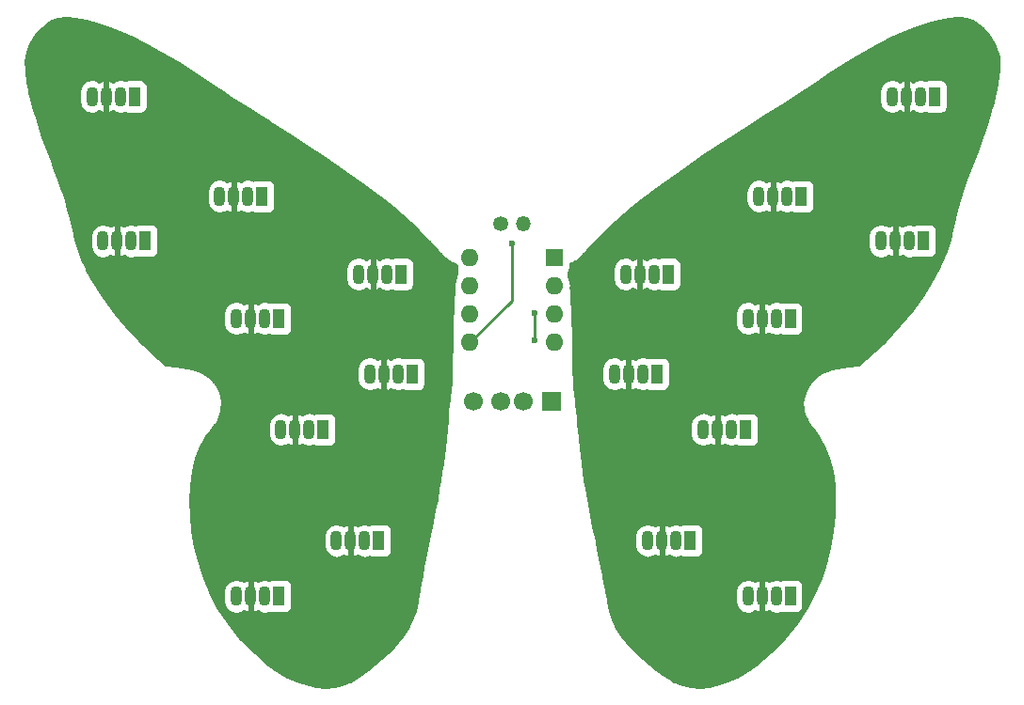
<source format=gbl>
G04 #@! TF.FileFunction,Copper,L2,Bot,Signal*
%FSLAX46Y46*%
G04 Gerber Fmt 4.6, Leading zero omitted, Abs format (unit mm)*
G04 Created by KiCad (PCBNEW 4.0.7) date Wednesday, February 21, 2018 'PMt' 12:28:49 PM*
%MOMM*%
%LPD*%
G01*
G04 APERTURE LIST*
%ADD10C,0.100000*%
%ADD11R,1.700000X1.700000*%
%ADD12C,1.700000*%
%ADD13R,1.070000X1.800000*%
%ADD14O,1.070000X1.800000*%
%ADD15C,1.350000*%
%ADD16O,1.350000X1.350000*%
%ADD17R,1.600000X1.600000*%
%ADD18O,1.600000X1.600000*%
%ADD19C,0.600000*%
%ADD20C,0.250000*%
%ADD21C,0.254000*%
G04 APERTURE END LIST*
D10*
D11*
X103553006Y-110225640D03*
D12*
X101053006Y-110225640D03*
X99053006Y-110225640D03*
X96553006Y-110225640D03*
D13*
X114053006Y-98725640D03*
D14*
X112783006Y-98725640D03*
X111513006Y-98725640D03*
X110243006Y-98725640D03*
D13*
X126053006Y-91725640D03*
D14*
X124783006Y-91725640D03*
X123513006Y-91725640D03*
X122243006Y-91725640D03*
D13*
X138053006Y-82725640D03*
D14*
X136783006Y-82725640D03*
X135513006Y-82725640D03*
X134243006Y-82725640D03*
D13*
X113053006Y-107725640D03*
D14*
X111783006Y-107725640D03*
X110513006Y-107725640D03*
X109243006Y-107725640D03*
D13*
X125053006Y-102725640D03*
D14*
X123783006Y-102725640D03*
X122513006Y-102725640D03*
X121243006Y-102725640D03*
D13*
X137053006Y-95725640D03*
D14*
X135783006Y-95725640D03*
X134513006Y-95725640D03*
X133243006Y-95725640D03*
D13*
X121053006Y-112725640D03*
D14*
X119783006Y-112725640D03*
X118513006Y-112725640D03*
X117243006Y-112725640D03*
D13*
X125053006Y-127725640D03*
D14*
X123783006Y-127725640D03*
X122513006Y-127725640D03*
X121243006Y-127725640D03*
D13*
X116053006Y-122725640D03*
D14*
X114783006Y-122725640D03*
X113513006Y-122725640D03*
X112243006Y-122725640D03*
D13*
X90053006Y-98725640D03*
D14*
X88783006Y-98725640D03*
X87513006Y-98725640D03*
X86243006Y-98725640D03*
D13*
X77553006Y-91725640D03*
D14*
X76283006Y-91725640D03*
X75013006Y-91725640D03*
X73743006Y-91725640D03*
D13*
X66053006Y-82725640D03*
D14*
X64783006Y-82725640D03*
X63513006Y-82725640D03*
X62243006Y-82725640D03*
D13*
X91053006Y-107725640D03*
D14*
X89783006Y-107725640D03*
X88513006Y-107725640D03*
X87243006Y-107725640D03*
D13*
X79053006Y-102725640D03*
D14*
X77783006Y-102725640D03*
X76513006Y-102725640D03*
X75243006Y-102725640D03*
D13*
X67053006Y-95725640D03*
D14*
X65783006Y-95725640D03*
X64513006Y-95725640D03*
X63243006Y-95725640D03*
D13*
X83053006Y-112725640D03*
D14*
X81783006Y-112725640D03*
X80513006Y-112725640D03*
X79243006Y-112725640D03*
D13*
X79053006Y-127725640D03*
D14*
X77783006Y-127725640D03*
X76513006Y-127725640D03*
X75243006Y-127725640D03*
D13*
X88053006Y-122725640D03*
D14*
X86783006Y-122725640D03*
X85513006Y-122725640D03*
X84243006Y-122725640D03*
D15*
X99053006Y-94225640D03*
D16*
X101053006Y-94225640D03*
D17*
X103863006Y-97225640D03*
D18*
X96243006Y-104845640D03*
X103863006Y-99765640D03*
X96243006Y-102305640D03*
X103863006Y-102305640D03*
X96243006Y-99765640D03*
X103863006Y-104845640D03*
X96243006Y-97225640D03*
D19*
X102026030Y-102225640D03*
X102053006Y-104725640D03*
X100000000Y-96000000D03*
D20*
X102053006Y-104725640D02*
X102053006Y-102252616D01*
X102053006Y-102252616D02*
X102026030Y-102225640D01*
D21*
X100000000Y-96000000D02*
X100000000Y-101088646D01*
X100000000Y-101088646D02*
X96243006Y-104845640D01*
G36*
X140746838Y-75689863D02*
X140968436Y-75728049D01*
X141189760Y-75806228D01*
X141477726Y-75941058D01*
X141726528Y-76075477D01*
X142356893Y-76542147D01*
X142892423Y-77137363D01*
X143328919Y-77858401D01*
X143487044Y-78200256D01*
X143662798Y-78674944D01*
X143767720Y-79134617D01*
X143809131Y-79627464D01*
X143791884Y-80200275D01*
X143720149Y-80897778D01*
X143716781Y-80924403D01*
X143633962Y-81512892D01*
X143534678Y-82088938D01*
X143413383Y-82672131D01*
X143264544Y-83281542D01*
X143082634Y-83935985D01*
X142862111Y-84654243D01*
X142597490Y-85454892D01*
X142283320Y-86356449D01*
X141914183Y-87377377D01*
X141484576Y-88536403D01*
X141272211Y-89107901D01*
X141271863Y-89108849D01*
X140871892Y-90212014D01*
X140871285Y-90213729D01*
X140531046Y-91195809D01*
X140530277Y-91198098D01*
X140242893Y-92081594D01*
X140241986Y-92084499D01*
X140000578Y-92891912D01*
X139999596Y-92895373D01*
X139797288Y-93649202D01*
X139796325Y-93653028D01*
X139626239Y-94375775D01*
X139625393Y-94379641D01*
X139480651Y-95093806D01*
X139480584Y-95094137D01*
X139456393Y-95215150D01*
X139287869Y-95864143D01*
X139042266Y-96602084D01*
X138734161Y-97387623D01*
X138378961Y-98177480D01*
X137914568Y-99078517D01*
X137026658Y-100541884D01*
X135981360Y-101993584D01*
X134784892Y-103425754D01*
X133444173Y-104829508D01*
X131964779Y-106197284D01*
X131219915Y-106845969D01*
X130210892Y-106993519D01*
X130209867Y-106993674D01*
X129855254Y-107048489D01*
X129851008Y-107049219D01*
X129167056Y-107178837D01*
X129158506Y-107180765D01*
X128595483Y-107328321D01*
X128583791Y-107331997D01*
X128108306Y-107507107D01*
X128095053Y-107512863D01*
X127673715Y-107725140D01*
X127660644Y-107732733D01*
X127382208Y-107917467D01*
X127364531Y-107931618D01*
X126887086Y-108389354D01*
X126868917Y-108411168D01*
X126505045Y-108963577D01*
X126492539Y-108987925D01*
X126255692Y-109604934D01*
X126248624Y-109631865D01*
X126152256Y-110283401D01*
X126151375Y-110313084D01*
X126208937Y-110969072D01*
X126212676Y-110990455D01*
X126310319Y-111359506D01*
X126315588Y-111375202D01*
X126499911Y-111824742D01*
X126508361Y-111841646D01*
X126779585Y-112296116D01*
X126787325Y-112307609D01*
X127169976Y-112813880D01*
X127552690Y-113331951D01*
X128078677Y-114263414D01*
X128487222Y-115308837D01*
X128779315Y-116472456D01*
X128954807Y-117756396D01*
X129013585Y-119162837D01*
X128977325Y-120342781D01*
X128830033Y-121852427D01*
X128576211Y-123345165D01*
X128223068Y-124787689D01*
X127778016Y-126146198D01*
X127248448Y-127387474D01*
X126543999Y-128694427D01*
X125593789Y-130135457D01*
X124508970Y-131488472D01*
X123301356Y-132738943D01*
X121982223Y-133872741D01*
X121367988Y-134321903D01*
X120291969Y-134966031D01*
X119189424Y-135448329D01*
X118048297Y-135774689D01*
X117697987Y-135837466D01*
X116891138Y-135897868D01*
X116095983Y-135850395D01*
X115354880Y-135699918D01*
X114707081Y-135450457D01*
X114594875Y-135390783D01*
X114140989Y-135112349D01*
X113607800Y-134741128D01*
X113024257Y-134300538D01*
X112420304Y-133814928D01*
X111825492Y-133308492D01*
X111269169Y-132805340D01*
X110781073Y-132330055D01*
X110390392Y-131906970D01*
X109941585Y-131347509D01*
X109455243Y-130612861D01*
X109092958Y-129870737D01*
X108833284Y-129076274D01*
X108656114Y-128181896D01*
X108632041Y-128030500D01*
X108631735Y-128028663D01*
X108567057Y-127657113D01*
X108566869Y-127656055D01*
X108507368Y-127330568D01*
X120073006Y-127330568D01*
X120073006Y-128120712D01*
X120162067Y-128568452D01*
X120415691Y-128948027D01*
X120795266Y-129201651D01*
X121243006Y-129290712D01*
X121690746Y-129201651D01*
X121893772Y-129065994D01*
X122205623Y-129219540D01*
X122386006Y-129093884D01*
X122386006Y-128256450D01*
X122413006Y-128120712D01*
X122413006Y-127330568D01*
X122613006Y-127330568D01*
X122613006Y-128120712D01*
X122640006Y-128256450D01*
X122640006Y-129093884D01*
X122820389Y-129219540D01*
X123132240Y-129065994D01*
X123335266Y-129201651D01*
X123783006Y-129290712D01*
X124230746Y-129201651D01*
X124233519Y-129199798D01*
X124266116Y-129222071D01*
X124518006Y-129273080D01*
X125588006Y-129273080D01*
X125823323Y-129228802D01*
X126039447Y-129089730D01*
X126184437Y-128877530D01*
X126235446Y-128625640D01*
X126235446Y-126825640D01*
X126191168Y-126590323D01*
X126052096Y-126374199D01*
X125839896Y-126229209D01*
X125588006Y-126178200D01*
X124518006Y-126178200D01*
X124282689Y-126222478D01*
X124235529Y-126252825D01*
X124230746Y-126249629D01*
X123783006Y-126160568D01*
X123335266Y-126249629D01*
X123132240Y-126385286D01*
X122820389Y-126231740D01*
X122640006Y-126357396D01*
X122640006Y-127194830D01*
X122613006Y-127330568D01*
X122413006Y-127330568D01*
X122386006Y-127194830D01*
X122386006Y-126357396D01*
X122205623Y-126231740D01*
X121893772Y-126385286D01*
X121690746Y-126249629D01*
X121243006Y-126160568D01*
X120795266Y-126249629D01*
X120415691Y-126503253D01*
X120162067Y-126882828D01*
X120073006Y-127330568D01*
X108507368Y-127330568D01*
X108475209Y-127154655D01*
X108475096Y-127154045D01*
X108360714Y-126545162D01*
X108360632Y-126544733D01*
X108227788Y-125850737D01*
X108227721Y-125850389D01*
X108080674Y-125093649D01*
X108080612Y-125093333D01*
X107923622Y-124296219D01*
X107923560Y-124295905D01*
X107760886Y-123480785D01*
X107760876Y-123480737D01*
X107530876Y-122330568D01*
X111073006Y-122330568D01*
X111073006Y-123120712D01*
X111162067Y-123568452D01*
X111415691Y-123948027D01*
X111795266Y-124201651D01*
X112243006Y-124290712D01*
X112690746Y-124201651D01*
X112893772Y-124065994D01*
X113205623Y-124219540D01*
X113386006Y-124093884D01*
X113386006Y-123256450D01*
X113413006Y-123120712D01*
X113413006Y-122330568D01*
X113613006Y-122330568D01*
X113613006Y-123120712D01*
X113640006Y-123256450D01*
X113640006Y-124093884D01*
X113820389Y-124219540D01*
X114132240Y-124065994D01*
X114335266Y-124201651D01*
X114783006Y-124290712D01*
X115230746Y-124201651D01*
X115233519Y-124199798D01*
X115266116Y-124222071D01*
X115518006Y-124273080D01*
X116588006Y-124273080D01*
X116823323Y-124228802D01*
X117039447Y-124089730D01*
X117184437Y-123877530D01*
X117235446Y-123625640D01*
X117235446Y-121825640D01*
X117191168Y-121590323D01*
X117052096Y-121374199D01*
X116839896Y-121229209D01*
X116588006Y-121178200D01*
X115518006Y-121178200D01*
X115282689Y-121222478D01*
X115235529Y-121252825D01*
X115230746Y-121249629D01*
X114783006Y-121160568D01*
X114335266Y-121249629D01*
X114132240Y-121385286D01*
X113820389Y-121231740D01*
X113640006Y-121357396D01*
X113640006Y-122194830D01*
X113613006Y-122330568D01*
X113413006Y-122330568D01*
X113386006Y-122194830D01*
X113386006Y-121357396D01*
X113205623Y-121231740D01*
X112893772Y-121385286D01*
X112690746Y-121249629D01*
X112243006Y-121160568D01*
X111795266Y-121249629D01*
X111415691Y-121503253D01*
X111162067Y-121882828D01*
X111073006Y-122330568D01*
X107530876Y-122330568D01*
X107506064Y-122206492D01*
X107270086Y-121009636D01*
X107063687Y-119939070D01*
X106883893Y-118975484D01*
X106727469Y-118098239D01*
X106591326Y-117287439D01*
X106472335Y-116523003D01*
X106367361Y-115784788D01*
X106273261Y-115052560D01*
X106186895Y-114306031D01*
X106105164Y-113525208D01*
X106024963Y-112690100D01*
X105992633Y-112330568D01*
X116073006Y-112330568D01*
X116073006Y-113120712D01*
X116162067Y-113568452D01*
X116415691Y-113948027D01*
X116795266Y-114201651D01*
X117243006Y-114290712D01*
X117690746Y-114201651D01*
X117893772Y-114065994D01*
X118205623Y-114219540D01*
X118386006Y-114093884D01*
X118386006Y-113256450D01*
X118413006Y-113120712D01*
X118413006Y-112330568D01*
X118613006Y-112330568D01*
X118613006Y-113120712D01*
X118640006Y-113256450D01*
X118640006Y-114093884D01*
X118820389Y-114219540D01*
X119132240Y-114065994D01*
X119335266Y-114201651D01*
X119783006Y-114290712D01*
X120230746Y-114201651D01*
X120233519Y-114199798D01*
X120266116Y-114222071D01*
X120518006Y-114273080D01*
X121588006Y-114273080D01*
X121823323Y-114228802D01*
X122039447Y-114089730D01*
X122184437Y-113877530D01*
X122235446Y-113625640D01*
X122235446Y-111825640D01*
X122191168Y-111590323D01*
X122052096Y-111374199D01*
X121839896Y-111229209D01*
X121588006Y-111178200D01*
X120518006Y-111178200D01*
X120282689Y-111222478D01*
X120235529Y-111252825D01*
X120230746Y-111249629D01*
X119783006Y-111160568D01*
X119335266Y-111249629D01*
X119132240Y-111385286D01*
X118820389Y-111231740D01*
X118640006Y-111357396D01*
X118640006Y-112194830D01*
X118613006Y-112330568D01*
X118413006Y-112330568D01*
X118386006Y-112194830D01*
X118386006Y-111357396D01*
X118205623Y-111231740D01*
X117893772Y-111385286D01*
X117690746Y-111249629D01*
X117243006Y-111160568D01*
X116795266Y-111249629D01*
X116415691Y-111503253D01*
X116162067Y-111882828D01*
X116073006Y-112330568D01*
X105992633Y-112330568D01*
X105943116Y-111779930D01*
X105930342Y-111635359D01*
X105930302Y-111634918D01*
X105873495Y-111016537D01*
X105873423Y-111015773D01*
X105818545Y-110455577D01*
X105818452Y-110454658D01*
X105767912Y-109974761D01*
X105767764Y-109973426D01*
X105723969Y-109595941D01*
X105723641Y-109593346D01*
X105689000Y-109340389D01*
X105687283Y-109330676D01*
X105664786Y-109227052D01*
X105652701Y-109156879D01*
X105635606Y-108931765D01*
X105616961Y-108568953D01*
X105597953Y-108092856D01*
X105579400Y-107523864D01*
X105574190Y-107330568D01*
X108073006Y-107330568D01*
X108073006Y-108120712D01*
X108162067Y-108568452D01*
X108415691Y-108948027D01*
X108795266Y-109201651D01*
X109243006Y-109290712D01*
X109690746Y-109201651D01*
X109893772Y-109065994D01*
X110205623Y-109219540D01*
X110386006Y-109093884D01*
X110386006Y-108256450D01*
X110413006Y-108120712D01*
X110413006Y-107330568D01*
X110613006Y-107330568D01*
X110613006Y-108120712D01*
X110640006Y-108256450D01*
X110640006Y-109093884D01*
X110820389Y-109219540D01*
X111132240Y-109065994D01*
X111335266Y-109201651D01*
X111783006Y-109290712D01*
X112230746Y-109201651D01*
X112233519Y-109199798D01*
X112266116Y-109222071D01*
X112518006Y-109273080D01*
X113588006Y-109273080D01*
X113823323Y-109228802D01*
X114039447Y-109089730D01*
X114184437Y-108877530D01*
X114235446Y-108625640D01*
X114235446Y-106825640D01*
X114191168Y-106590323D01*
X114052096Y-106374199D01*
X113839896Y-106229209D01*
X113588006Y-106178200D01*
X112518006Y-106178200D01*
X112282689Y-106222478D01*
X112235529Y-106252825D01*
X112230746Y-106249629D01*
X111783006Y-106160568D01*
X111335266Y-106249629D01*
X111132240Y-106385286D01*
X110820389Y-106231740D01*
X110640006Y-106357396D01*
X110640006Y-107194830D01*
X110613006Y-107330568D01*
X110413006Y-107330568D01*
X110386006Y-107194830D01*
X110386006Y-106357396D01*
X110205623Y-106231740D01*
X109893772Y-106385286D01*
X109690746Y-106249629D01*
X109243006Y-106160568D01*
X108795266Y-106249629D01*
X108415691Y-106503253D01*
X108162067Y-106882828D01*
X108073006Y-107330568D01*
X105574190Y-107330568D01*
X105562112Y-106882469D01*
X105546876Y-106188682D01*
X105529653Y-105355474D01*
X105529643Y-105355029D01*
X105497593Y-104029709D01*
X105497573Y-104028989D01*
X105462883Y-102867127D01*
X105462851Y-102866166D01*
X105442799Y-102330568D01*
X120073006Y-102330568D01*
X120073006Y-103120712D01*
X120162067Y-103568452D01*
X120415691Y-103948027D01*
X120795266Y-104201651D01*
X121243006Y-104290712D01*
X121690746Y-104201651D01*
X121893772Y-104065994D01*
X122205623Y-104219540D01*
X122386006Y-104093884D01*
X122386006Y-103256450D01*
X122413006Y-103120712D01*
X122413006Y-102330568D01*
X122613006Y-102330568D01*
X122613006Y-103120712D01*
X122640006Y-103256450D01*
X122640006Y-104093884D01*
X122820389Y-104219540D01*
X123132240Y-104065994D01*
X123335266Y-104201651D01*
X123783006Y-104290712D01*
X124230746Y-104201651D01*
X124233519Y-104199798D01*
X124266116Y-104222071D01*
X124518006Y-104273080D01*
X125588006Y-104273080D01*
X125823323Y-104228802D01*
X126039447Y-104089730D01*
X126184437Y-103877530D01*
X126235446Y-103625640D01*
X126235446Y-101825640D01*
X126191168Y-101590323D01*
X126052096Y-101374199D01*
X125839896Y-101229209D01*
X125588006Y-101178200D01*
X124518006Y-101178200D01*
X124282689Y-101222478D01*
X124235529Y-101252825D01*
X124230746Y-101249629D01*
X123783006Y-101160568D01*
X123335266Y-101249629D01*
X123132240Y-101385286D01*
X122820389Y-101231740D01*
X122640006Y-101357396D01*
X122640006Y-102194830D01*
X122613006Y-102330568D01*
X122413006Y-102330568D01*
X122386006Y-102194830D01*
X122386006Y-101357396D01*
X122205623Y-101231740D01*
X121893772Y-101385286D01*
X121690746Y-101249629D01*
X121243006Y-101160568D01*
X120795266Y-101249629D01*
X120415691Y-101503253D01*
X120162067Y-101882828D01*
X120073006Y-102330568D01*
X105442799Y-102330568D01*
X105425332Y-101864036D01*
X105425276Y-101862710D01*
X105384739Y-101016585D01*
X105384632Y-101014671D01*
X105340889Y-100320823D01*
X105340669Y-100317876D01*
X105302985Y-99881943D01*
X105326119Y-99765640D01*
X105216886Y-99216489D01*
X105208388Y-99203771D01*
X105186072Y-99097555D01*
X105184742Y-99091876D01*
X105144935Y-98937920D01*
X105079215Y-98565402D01*
X105075088Y-98511583D01*
X105201333Y-98385339D01*
X105224019Y-98330568D01*
X109073006Y-98330568D01*
X109073006Y-99120712D01*
X109162067Y-99568452D01*
X109415691Y-99948027D01*
X109795266Y-100201651D01*
X110243006Y-100290712D01*
X110690746Y-100201651D01*
X110893772Y-100065994D01*
X111205623Y-100219540D01*
X111386006Y-100093884D01*
X111386006Y-99256450D01*
X111413006Y-99120712D01*
X111413006Y-98330568D01*
X111613006Y-98330568D01*
X111613006Y-99120712D01*
X111640006Y-99256450D01*
X111640006Y-100093884D01*
X111820389Y-100219540D01*
X112132240Y-100065994D01*
X112335266Y-100201651D01*
X112783006Y-100290712D01*
X113230746Y-100201651D01*
X113233519Y-100199798D01*
X113266116Y-100222071D01*
X113518006Y-100273080D01*
X114588006Y-100273080D01*
X114823323Y-100228802D01*
X115039447Y-100089730D01*
X115184437Y-99877530D01*
X115235446Y-99625640D01*
X115235446Y-97825640D01*
X115191168Y-97590323D01*
X115052096Y-97374199D01*
X114839896Y-97229209D01*
X114588006Y-97178200D01*
X113518006Y-97178200D01*
X113282689Y-97222478D01*
X113235529Y-97252825D01*
X113230746Y-97249629D01*
X112783006Y-97160568D01*
X112335266Y-97249629D01*
X112132240Y-97385286D01*
X111820389Y-97231740D01*
X111640006Y-97357396D01*
X111640006Y-98194830D01*
X111613006Y-98330568D01*
X111413006Y-98330568D01*
X111386006Y-98194830D01*
X111386006Y-97357396D01*
X111205623Y-97231740D01*
X110893772Y-97385286D01*
X110690746Y-97249629D01*
X110243006Y-97160568D01*
X109795266Y-97249629D01*
X109415691Y-97503253D01*
X109162067Y-97882828D01*
X109073006Y-98330568D01*
X105224019Y-98330568D01*
X105298006Y-98151950D01*
X105298006Y-97781563D01*
X105459117Y-97714786D01*
X105466915Y-97711241D01*
X105744178Y-97573738D01*
X105761742Y-97563182D01*
X106113643Y-97310937D01*
X106127552Y-97299384D01*
X106509943Y-96932719D01*
X106514165Y-96928475D01*
X106553895Y-96886611D01*
X106830458Y-96595204D01*
X107176099Y-96231029D01*
X107550623Y-95836435D01*
X107913804Y-95453805D01*
X107930087Y-95436664D01*
X108033963Y-95330568D01*
X132073006Y-95330568D01*
X132073006Y-96120712D01*
X132162067Y-96568452D01*
X132415691Y-96948027D01*
X132795266Y-97201651D01*
X133243006Y-97290712D01*
X133690746Y-97201651D01*
X133893772Y-97065994D01*
X134205623Y-97219540D01*
X134386006Y-97093884D01*
X134386006Y-96256450D01*
X134413006Y-96120712D01*
X134413006Y-95330568D01*
X134613006Y-95330568D01*
X134613006Y-96120712D01*
X134640006Y-96256450D01*
X134640006Y-97093884D01*
X134820389Y-97219540D01*
X135132240Y-97065994D01*
X135335266Y-97201651D01*
X135783006Y-97290712D01*
X136230746Y-97201651D01*
X136233519Y-97199798D01*
X136266116Y-97222071D01*
X136518006Y-97273080D01*
X137588006Y-97273080D01*
X137823323Y-97228802D01*
X138039447Y-97089730D01*
X138184437Y-96877530D01*
X138235446Y-96625640D01*
X138235446Y-94825640D01*
X138191168Y-94590323D01*
X138052096Y-94374199D01*
X137839896Y-94229209D01*
X137588006Y-94178200D01*
X136518006Y-94178200D01*
X136282689Y-94222478D01*
X136235529Y-94252825D01*
X136230746Y-94249629D01*
X135783006Y-94160568D01*
X135335266Y-94249629D01*
X135132240Y-94385286D01*
X134820389Y-94231740D01*
X134640006Y-94357396D01*
X134640006Y-95194830D01*
X134613006Y-95330568D01*
X134413006Y-95330568D01*
X134386006Y-95194830D01*
X134386006Y-94357396D01*
X134205623Y-94231740D01*
X133893772Y-94385286D01*
X133690746Y-94249629D01*
X133243006Y-94160568D01*
X132795266Y-94249629D01*
X132415691Y-94503253D01*
X132162067Y-94882828D01*
X132073006Y-95330568D01*
X108033963Y-95330568D01*
X108574510Y-94778472D01*
X109255735Y-94122748D01*
X109983708Y-93461909D01*
X110767818Y-92788959D01*
X111617357Y-92096998D01*
X112541755Y-91379026D01*
X112606842Y-91330568D01*
X121073006Y-91330568D01*
X121073006Y-92120712D01*
X121162067Y-92568452D01*
X121415691Y-92948027D01*
X121795266Y-93201651D01*
X122243006Y-93290712D01*
X122690746Y-93201651D01*
X122893772Y-93065994D01*
X123205623Y-93219540D01*
X123386006Y-93093884D01*
X123386006Y-92256450D01*
X123413006Y-92120712D01*
X123413006Y-91330568D01*
X123613006Y-91330568D01*
X123613006Y-92120712D01*
X123640006Y-92256450D01*
X123640006Y-93093884D01*
X123820389Y-93219540D01*
X124132240Y-93065994D01*
X124335266Y-93201651D01*
X124783006Y-93290712D01*
X125230746Y-93201651D01*
X125233519Y-93199798D01*
X125266116Y-93222071D01*
X125518006Y-93273080D01*
X126588006Y-93273080D01*
X126823323Y-93228802D01*
X127039447Y-93089730D01*
X127184437Y-92877530D01*
X127235446Y-92625640D01*
X127235446Y-90825640D01*
X127191168Y-90590323D01*
X127052096Y-90374199D01*
X126839896Y-90229209D01*
X126588006Y-90178200D01*
X125518006Y-90178200D01*
X125282689Y-90222478D01*
X125235529Y-90252825D01*
X125230746Y-90249629D01*
X124783006Y-90160568D01*
X124335266Y-90249629D01*
X124132240Y-90385286D01*
X123820389Y-90231740D01*
X123640006Y-90357396D01*
X123640006Y-91194830D01*
X123613006Y-91330568D01*
X123413006Y-91330568D01*
X123386006Y-91194830D01*
X123386006Y-90357396D01*
X123205623Y-90231740D01*
X122893772Y-90385286D01*
X122690746Y-90249629D01*
X122243006Y-90160568D01*
X121795266Y-90249629D01*
X121415691Y-90503253D01*
X121162067Y-90882828D01*
X121073006Y-91330568D01*
X112606842Y-91330568D01*
X113550196Y-90628233D01*
X114652010Y-89837692D01*
X115856474Y-89000515D01*
X117172748Y-88109885D01*
X118610219Y-87158832D01*
X120178003Y-86140559D01*
X121885786Y-85047900D01*
X122120186Y-84898708D01*
X122120403Y-84898570D01*
X122910753Y-84393279D01*
X122911035Y-84393098D01*
X123732230Y-83865025D01*
X123732484Y-83864862D01*
X124555505Y-83332847D01*
X124555757Y-83332683D01*
X125351585Y-82815567D01*
X125351867Y-82815384D01*
X126091482Y-82332008D01*
X126091836Y-82331775D01*
X126093669Y-82330568D01*
X133073006Y-82330568D01*
X133073006Y-83120712D01*
X133162067Y-83568452D01*
X133415691Y-83948027D01*
X133795266Y-84201651D01*
X134243006Y-84290712D01*
X134690746Y-84201651D01*
X134893772Y-84065994D01*
X135205623Y-84219540D01*
X135386006Y-84093884D01*
X135386006Y-83256450D01*
X135413006Y-83120712D01*
X135413006Y-82330568D01*
X135613006Y-82330568D01*
X135613006Y-83120712D01*
X135640006Y-83256450D01*
X135640006Y-84093884D01*
X135820389Y-84219540D01*
X136132240Y-84065994D01*
X136335266Y-84201651D01*
X136783006Y-84290712D01*
X137230746Y-84201651D01*
X137233519Y-84199798D01*
X137266116Y-84222071D01*
X137518006Y-84273080D01*
X138588006Y-84273080D01*
X138823323Y-84228802D01*
X139039447Y-84089730D01*
X139184437Y-83877530D01*
X139235446Y-83625640D01*
X139235446Y-81825640D01*
X139191168Y-81590323D01*
X139052096Y-81374199D01*
X138839896Y-81229209D01*
X138588006Y-81178200D01*
X137518006Y-81178200D01*
X137282689Y-81222478D01*
X137235529Y-81252825D01*
X137230746Y-81249629D01*
X136783006Y-81160568D01*
X136335266Y-81249629D01*
X136132240Y-81385286D01*
X135820389Y-81231740D01*
X135640006Y-81357396D01*
X135640006Y-82194830D01*
X135613006Y-82330568D01*
X135413006Y-82330568D01*
X135386006Y-82194830D01*
X135386006Y-81357396D01*
X135205623Y-81231740D01*
X134893772Y-81385286D01*
X134690746Y-81249629D01*
X134243006Y-81160568D01*
X133795266Y-81249629D01*
X133415691Y-81503253D01*
X133162067Y-81882828D01*
X133073006Y-82330568D01*
X126093669Y-82330568D01*
X126746218Y-81900979D01*
X126746735Y-81900637D01*
X127286722Y-81541359D01*
X128518850Y-80727237D01*
X130080787Y-79735014D01*
X131536846Y-78859726D01*
X132893923Y-78098183D01*
X134158873Y-77447198D01*
X135338387Y-76903629D01*
X136439279Y-76464211D01*
X137468275Y-76125655D01*
X138432213Y-75884557D01*
X139337984Y-75737438D01*
X140195660Y-75680556D01*
X140451875Y-75678482D01*
X140746838Y-75689863D01*
X140746838Y-75689863D01*
G37*
X140746838Y-75689863D02*
X140968436Y-75728049D01*
X141189760Y-75806228D01*
X141477726Y-75941058D01*
X141726528Y-76075477D01*
X142356893Y-76542147D01*
X142892423Y-77137363D01*
X143328919Y-77858401D01*
X143487044Y-78200256D01*
X143662798Y-78674944D01*
X143767720Y-79134617D01*
X143809131Y-79627464D01*
X143791884Y-80200275D01*
X143720149Y-80897778D01*
X143716781Y-80924403D01*
X143633962Y-81512892D01*
X143534678Y-82088938D01*
X143413383Y-82672131D01*
X143264544Y-83281542D01*
X143082634Y-83935985D01*
X142862111Y-84654243D01*
X142597490Y-85454892D01*
X142283320Y-86356449D01*
X141914183Y-87377377D01*
X141484576Y-88536403D01*
X141272211Y-89107901D01*
X141271863Y-89108849D01*
X140871892Y-90212014D01*
X140871285Y-90213729D01*
X140531046Y-91195809D01*
X140530277Y-91198098D01*
X140242893Y-92081594D01*
X140241986Y-92084499D01*
X140000578Y-92891912D01*
X139999596Y-92895373D01*
X139797288Y-93649202D01*
X139796325Y-93653028D01*
X139626239Y-94375775D01*
X139625393Y-94379641D01*
X139480651Y-95093806D01*
X139480584Y-95094137D01*
X139456393Y-95215150D01*
X139287869Y-95864143D01*
X139042266Y-96602084D01*
X138734161Y-97387623D01*
X138378961Y-98177480D01*
X137914568Y-99078517D01*
X137026658Y-100541884D01*
X135981360Y-101993584D01*
X134784892Y-103425754D01*
X133444173Y-104829508D01*
X131964779Y-106197284D01*
X131219915Y-106845969D01*
X130210892Y-106993519D01*
X130209867Y-106993674D01*
X129855254Y-107048489D01*
X129851008Y-107049219D01*
X129167056Y-107178837D01*
X129158506Y-107180765D01*
X128595483Y-107328321D01*
X128583791Y-107331997D01*
X128108306Y-107507107D01*
X128095053Y-107512863D01*
X127673715Y-107725140D01*
X127660644Y-107732733D01*
X127382208Y-107917467D01*
X127364531Y-107931618D01*
X126887086Y-108389354D01*
X126868917Y-108411168D01*
X126505045Y-108963577D01*
X126492539Y-108987925D01*
X126255692Y-109604934D01*
X126248624Y-109631865D01*
X126152256Y-110283401D01*
X126151375Y-110313084D01*
X126208937Y-110969072D01*
X126212676Y-110990455D01*
X126310319Y-111359506D01*
X126315588Y-111375202D01*
X126499911Y-111824742D01*
X126508361Y-111841646D01*
X126779585Y-112296116D01*
X126787325Y-112307609D01*
X127169976Y-112813880D01*
X127552690Y-113331951D01*
X128078677Y-114263414D01*
X128487222Y-115308837D01*
X128779315Y-116472456D01*
X128954807Y-117756396D01*
X129013585Y-119162837D01*
X128977325Y-120342781D01*
X128830033Y-121852427D01*
X128576211Y-123345165D01*
X128223068Y-124787689D01*
X127778016Y-126146198D01*
X127248448Y-127387474D01*
X126543999Y-128694427D01*
X125593789Y-130135457D01*
X124508970Y-131488472D01*
X123301356Y-132738943D01*
X121982223Y-133872741D01*
X121367988Y-134321903D01*
X120291969Y-134966031D01*
X119189424Y-135448329D01*
X118048297Y-135774689D01*
X117697987Y-135837466D01*
X116891138Y-135897868D01*
X116095983Y-135850395D01*
X115354880Y-135699918D01*
X114707081Y-135450457D01*
X114594875Y-135390783D01*
X114140989Y-135112349D01*
X113607800Y-134741128D01*
X113024257Y-134300538D01*
X112420304Y-133814928D01*
X111825492Y-133308492D01*
X111269169Y-132805340D01*
X110781073Y-132330055D01*
X110390392Y-131906970D01*
X109941585Y-131347509D01*
X109455243Y-130612861D01*
X109092958Y-129870737D01*
X108833284Y-129076274D01*
X108656114Y-128181896D01*
X108632041Y-128030500D01*
X108631735Y-128028663D01*
X108567057Y-127657113D01*
X108566869Y-127656055D01*
X108507368Y-127330568D01*
X120073006Y-127330568D01*
X120073006Y-128120712D01*
X120162067Y-128568452D01*
X120415691Y-128948027D01*
X120795266Y-129201651D01*
X121243006Y-129290712D01*
X121690746Y-129201651D01*
X121893772Y-129065994D01*
X122205623Y-129219540D01*
X122386006Y-129093884D01*
X122386006Y-128256450D01*
X122413006Y-128120712D01*
X122413006Y-127330568D01*
X122613006Y-127330568D01*
X122613006Y-128120712D01*
X122640006Y-128256450D01*
X122640006Y-129093884D01*
X122820389Y-129219540D01*
X123132240Y-129065994D01*
X123335266Y-129201651D01*
X123783006Y-129290712D01*
X124230746Y-129201651D01*
X124233519Y-129199798D01*
X124266116Y-129222071D01*
X124518006Y-129273080D01*
X125588006Y-129273080D01*
X125823323Y-129228802D01*
X126039447Y-129089730D01*
X126184437Y-128877530D01*
X126235446Y-128625640D01*
X126235446Y-126825640D01*
X126191168Y-126590323D01*
X126052096Y-126374199D01*
X125839896Y-126229209D01*
X125588006Y-126178200D01*
X124518006Y-126178200D01*
X124282689Y-126222478D01*
X124235529Y-126252825D01*
X124230746Y-126249629D01*
X123783006Y-126160568D01*
X123335266Y-126249629D01*
X123132240Y-126385286D01*
X122820389Y-126231740D01*
X122640006Y-126357396D01*
X122640006Y-127194830D01*
X122613006Y-127330568D01*
X122413006Y-127330568D01*
X122386006Y-127194830D01*
X122386006Y-126357396D01*
X122205623Y-126231740D01*
X121893772Y-126385286D01*
X121690746Y-126249629D01*
X121243006Y-126160568D01*
X120795266Y-126249629D01*
X120415691Y-126503253D01*
X120162067Y-126882828D01*
X120073006Y-127330568D01*
X108507368Y-127330568D01*
X108475209Y-127154655D01*
X108475096Y-127154045D01*
X108360714Y-126545162D01*
X108360632Y-126544733D01*
X108227788Y-125850737D01*
X108227721Y-125850389D01*
X108080674Y-125093649D01*
X108080612Y-125093333D01*
X107923622Y-124296219D01*
X107923560Y-124295905D01*
X107760886Y-123480785D01*
X107760876Y-123480737D01*
X107530876Y-122330568D01*
X111073006Y-122330568D01*
X111073006Y-123120712D01*
X111162067Y-123568452D01*
X111415691Y-123948027D01*
X111795266Y-124201651D01*
X112243006Y-124290712D01*
X112690746Y-124201651D01*
X112893772Y-124065994D01*
X113205623Y-124219540D01*
X113386006Y-124093884D01*
X113386006Y-123256450D01*
X113413006Y-123120712D01*
X113413006Y-122330568D01*
X113613006Y-122330568D01*
X113613006Y-123120712D01*
X113640006Y-123256450D01*
X113640006Y-124093884D01*
X113820389Y-124219540D01*
X114132240Y-124065994D01*
X114335266Y-124201651D01*
X114783006Y-124290712D01*
X115230746Y-124201651D01*
X115233519Y-124199798D01*
X115266116Y-124222071D01*
X115518006Y-124273080D01*
X116588006Y-124273080D01*
X116823323Y-124228802D01*
X117039447Y-124089730D01*
X117184437Y-123877530D01*
X117235446Y-123625640D01*
X117235446Y-121825640D01*
X117191168Y-121590323D01*
X117052096Y-121374199D01*
X116839896Y-121229209D01*
X116588006Y-121178200D01*
X115518006Y-121178200D01*
X115282689Y-121222478D01*
X115235529Y-121252825D01*
X115230746Y-121249629D01*
X114783006Y-121160568D01*
X114335266Y-121249629D01*
X114132240Y-121385286D01*
X113820389Y-121231740D01*
X113640006Y-121357396D01*
X113640006Y-122194830D01*
X113613006Y-122330568D01*
X113413006Y-122330568D01*
X113386006Y-122194830D01*
X113386006Y-121357396D01*
X113205623Y-121231740D01*
X112893772Y-121385286D01*
X112690746Y-121249629D01*
X112243006Y-121160568D01*
X111795266Y-121249629D01*
X111415691Y-121503253D01*
X111162067Y-121882828D01*
X111073006Y-122330568D01*
X107530876Y-122330568D01*
X107506064Y-122206492D01*
X107270086Y-121009636D01*
X107063687Y-119939070D01*
X106883893Y-118975484D01*
X106727469Y-118098239D01*
X106591326Y-117287439D01*
X106472335Y-116523003D01*
X106367361Y-115784788D01*
X106273261Y-115052560D01*
X106186895Y-114306031D01*
X106105164Y-113525208D01*
X106024963Y-112690100D01*
X105992633Y-112330568D01*
X116073006Y-112330568D01*
X116073006Y-113120712D01*
X116162067Y-113568452D01*
X116415691Y-113948027D01*
X116795266Y-114201651D01*
X117243006Y-114290712D01*
X117690746Y-114201651D01*
X117893772Y-114065994D01*
X118205623Y-114219540D01*
X118386006Y-114093884D01*
X118386006Y-113256450D01*
X118413006Y-113120712D01*
X118413006Y-112330568D01*
X118613006Y-112330568D01*
X118613006Y-113120712D01*
X118640006Y-113256450D01*
X118640006Y-114093884D01*
X118820389Y-114219540D01*
X119132240Y-114065994D01*
X119335266Y-114201651D01*
X119783006Y-114290712D01*
X120230746Y-114201651D01*
X120233519Y-114199798D01*
X120266116Y-114222071D01*
X120518006Y-114273080D01*
X121588006Y-114273080D01*
X121823323Y-114228802D01*
X122039447Y-114089730D01*
X122184437Y-113877530D01*
X122235446Y-113625640D01*
X122235446Y-111825640D01*
X122191168Y-111590323D01*
X122052096Y-111374199D01*
X121839896Y-111229209D01*
X121588006Y-111178200D01*
X120518006Y-111178200D01*
X120282689Y-111222478D01*
X120235529Y-111252825D01*
X120230746Y-111249629D01*
X119783006Y-111160568D01*
X119335266Y-111249629D01*
X119132240Y-111385286D01*
X118820389Y-111231740D01*
X118640006Y-111357396D01*
X118640006Y-112194830D01*
X118613006Y-112330568D01*
X118413006Y-112330568D01*
X118386006Y-112194830D01*
X118386006Y-111357396D01*
X118205623Y-111231740D01*
X117893772Y-111385286D01*
X117690746Y-111249629D01*
X117243006Y-111160568D01*
X116795266Y-111249629D01*
X116415691Y-111503253D01*
X116162067Y-111882828D01*
X116073006Y-112330568D01*
X105992633Y-112330568D01*
X105943116Y-111779930D01*
X105930342Y-111635359D01*
X105930302Y-111634918D01*
X105873495Y-111016537D01*
X105873423Y-111015773D01*
X105818545Y-110455577D01*
X105818452Y-110454658D01*
X105767912Y-109974761D01*
X105767764Y-109973426D01*
X105723969Y-109595941D01*
X105723641Y-109593346D01*
X105689000Y-109340389D01*
X105687283Y-109330676D01*
X105664786Y-109227052D01*
X105652701Y-109156879D01*
X105635606Y-108931765D01*
X105616961Y-108568953D01*
X105597953Y-108092856D01*
X105579400Y-107523864D01*
X105574190Y-107330568D01*
X108073006Y-107330568D01*
X108073006Y-108120712D01*
X108162067Y-108568452D01*
X108415691Y-108948027D01*
X108795266Y-109201651D01*
X109243006Y-109290712D01*
X109690746Y-109201651D01*
X109893772Y-109065994D01*
X110205623Y-109219540D01*
X110386006Y-109093884D01*
X110386006Y-108256450D01*
X110413006Y-108120712D01*
X110413006Y-107330568D01*
X110613006Y-107330568D01*
X110613006Y-108120712D01*
X110640006Y-108256450D01*
X110640006Y-109093884D01*
X110820389Y-109219540D01*
X111132240Y-109065994D01*
X111335266Y-109201651D01*
X111783006Y-109290712D01*
X112230746Y-109201651D01*
X112233519Y-109199798D01*
X112266116Y-109222071D01*
X112518006Y-109273080D01*
X113588006Y-109273080D01*
X113823323Y-109228802D01*
X114039447Y-109089730D01*
X114184437Y-108877530D01*
X114235446Y-108625640D01*
X114235446Y-106825640D01*
X114191168Y-106590323D01*
X114052096Y-106374199D01*
X113839896Y-106229209D01*
X113588006Y-106178200D01*
X112518006Y-106178200D01*
X112282689Y-106222478D01*
X112235529Y-106252825D01*
X112230746Y-106249629D01*
X111783006Y-106160568D01*
X111335266Y-106249629D01*
X111132240Y-106385286D01*
X110820389Y-106231740D01*
X110640006Y-106357396D01*
X110640006Y-107194830D01*
X110613006Y-107330568D01*
X110413006Y-107330568D01*
X110386006Y-107194830D01*
X110386006Y-106357396D01*
X110205623Y-106231740D01*
X109893772Y-106385286D01*
X109690746Y-106249629D01*
X109243006Y-106160568D01*
X108795266Y-106249629D01*
X108415691Y-106503253D01*
X108162067Y-106882828D01*
X108073006Y-107330568D01*
X105574190Y-107330568D01*
X105562112Y-106882469D01*
X105546876Y-106188682D01*
X105529653Y-105355474D01*
X105529643Y-105355029D01*
X105497593Y-104029709D01*
X105497573Y-104028989D01*
X105462883Y-102867127D01*
X105462851Y-102866166D01*
X105442799Y-102330568D01*
X120073006Y-102330568D01*
X120073006Y-103120712D01*
X120162067Y-103568452D01*
X120415691Y-103948027D01*
X120795266Y-104201651D01*
X121243006Y-104290712D01*
X121690746Y-104201651D01*
X121893772Y-104065994D01*
X122205623Y-104219540D01*
X122386006Y-104093884D01*
X122386006Y-103256450D01*
X122413006Y-103120712D01*
X122413006Y-102330568D01*
X122613006Y-102330568D01*
X122613006Y-103120712D01*
X122640006Y-103256450D01*
X122640006Y-104093884D01*
X122820389Y-104219540D01*
X123132240Y-104065994D01*
X123335266Y-104201651D01*
X123783006Y-104290712D01*
X124230746Y-104201651D01*
X124233519Y-104199798D01*
X124266116Y-104222071D01*
X124518006Y-104273080D01*
X125588006Y-104273080D01*
X125823323Y-104228802D01*
X126039447Y-104089730D01*
X126184437Y-103877530D01*
X126235446Y-103625640D01*
X126235446Y-101825640D01*
X126191168Y-101590323D01*
X126052096Y-101374199D01*
X125839896Y-101229209D01*
X125588006Y-101178200D01*
X124518006Y-101178200D01*
X124282689Y-101222478D01*
X124235529Y-101252825D01*
X124230746Y-101249629D01*
X123783006Y-101160568D01*
X123335266Y-101249629D01*
X123132240Y-101385286D01*
X122820389Y-101231740D01*
X122640006Y-101357396D01*
X122640006Y-102194830D01*
X122613006Y-102330568D01*
X122413006Y-102330568D01*
X122386006Y-102194830D01*
X122386006Y-101357396D01*
X122205623Y-101231740D01*
X121893772Y-101385286D01*
X121690746Y-101249629D01*
X121243006Y-101160568D01*
X120795266Y-101249629D01*
X120415691Y-101503253D01*
X120162067Y-101882828D01*
X120073006Y-102330568D01*
X105442799Y-102330568D01*
X105425332Y-101864036D01*
X105425276Y-101862710D01*
X105384739Y-101016585D01*
X105384632Y-101014671D01*
X105340889Y-100320823D01*
X105340669Y-100317876D01*
X105302985Y-99881943D01*
X105326119Y-99765640D01*
X105216886Y-99216489D01*
X105208388Y-99203771D01*
X105186072Y-99097555D01*
X105184742Y-99091876D01*
X105144935Y-98937920D01*
X105079215Y-98565402D01*
X105075088Y-98511583D01*
X105201333Y-98385339D01*
X105224019Y-98330568D01*
X109073006Y-98330568D01*
X109073006Y-99120712D01*
X109162067Y-99568452D01*
X109415691Y-99948027D01*
X109795266Y-100201651D01*
X110243006Y-100290712D01*
X110690746Y-100201651D01*
X110893772Y-100065994D01*
X111205623Y-100219540D01*
X111386006Y-100093884D01*
X111386006Y-99256450D01*
X111413006Y-99120712D01*
X111413006Y-98330568D01*
X111613006Y-98330568D01*
X111613006Y-99120712D01*
X111640006Y-99256450D01*
X111640006Y-100093884D01*
X111820389Y-100219540D01*
X112132240Y-100065994D01*
X112335266Y-100201651D01*
X112783006Y-100290712D01*
X113230746Y-100201651D01*
X113233519Y-100199798D01*
X113266116Y-100222071D01*
X113518006Y-100273080D01*
X114588006Y-100273080D01*
X114823323Y-100228802D01*
X115039447Y-100089730D01*
X115184437Y-99877530D01*
X115235446Y-99625640D01*
X115235446Y-97825640D01*
X115191168Y-97590323D01*
X115052096Y-97374199D01*
X114839896Y-97229209D01*
X114588006Y-97178200D01*
X113518006Y-97178200D01*
X113282689Y-97222478D01*
X113235529Y-97252825D01*
X113230746Y-97249629D01*
X112783006Y-97160568D01*
X112335266Y-97249629D01*
X112132240Y-97385286D01*
X111820389Y-97231740D01*
X111640006Y-97357396D01*
X111640006Y-98194830D01*
X111613006Y-98330568D01*
X111413006Y-98330568D01*
X111386006Y-98194830D01*
X111386006Y-97357396D01*
X111205623Y-97231740D01*
X110893772Y-97385286D01*
X110690746Y-97249629D01*
X110243006Y-97160568D01*
X109795266Y-97249629D01*
X109415691Y-97503253D01*
X109162067Y-97882828D01*
X109073006Y-98330568D01*
X105224019Y-98330568D01*
X105298006Y-98151950D01*
X105298006Y-97781563D01*
X105459117Y-97714786D01*
X105466915Y-97711241D01*
X105744178Y-97573738D01*
X105761742Y-97563182D01*
X106113643Y-97310937D01*
X106127552Y-97299384D01*
X106509943Y-96932719D01*
X106514165Y-96928475D01*
X106553895Y-96886611D01*
X106830458Y-96595204D01*
X107176099Y-96231029D01*
X107550623Y-95836435D01*
X107913804Y-95453805D01*
X107930087Y-95436664D01*
X108033963Y-95330568D01*
X132073006Y-95330568D01*
X132073006Y-96120712D01*
X132162067Y-96568452D01*
X132415691Y-96948027D01*
X132795266Y-97201651D01*
X133243006Y-97290712D01*
X133690746Y-97201651D01*
X133893772Y-97065994D01*
X134205623Y-97219540D01*
X134386006Y-97093884D01*
X134386006Y-96256450D01*
X134413006Y-96120712D01*
X134413006Y-95330568D01*
X134613006Y-95330568D01*
X134613006Y-96120712D01*
X134640006Y-96256450D01*
X134640006Y-97093884D01*
X134820389Y-97219540D01*
X135132240Y-97065994D01*
X135335266Y-97201651D01*
X135783006Y-97290712D01*
X136230746Y-97201651D01*
X136233519Y-97199798D01*
X136266116Y-97222071D01*
X136518006Y-97273080D01*
X137588006Y-97273080D01*
X137823323Y-97228802D01*
X138039447Y-97089730D01*
X138184437Y-96877530D01*
X138235446Y-96625640D01*
X138235446Y-94825640D01*
X138191168Y-94590323D01*
X138052096Y-94374199D01*
X137839896Y-94229209D01*
X137588006Y-94178200D01*
X136518006Y-94178200D01*
X136282689Y-94222478D01*
X136235529Y-94252825D01*
X136230746Y-94249629D01*
X135783006Y-94160568D01*
X135335266Y-94249629D01*
X135132240Y-94385286D01*
X134820389Y-94231740D01*
X134640006Y-94357396D01*
X134640006Y-95194830D01*
X134613006Y-95330568D01*
X134413006Y-95330568D01*
X134386006Y-95194830D01*
X134386006Y-94357396D01*
X134205623Y-94231740D01*
X133893772Y-94385286D01*
X133690746Y-94249629D01*
X133243006Y-94160568D01*
X132795266Y-94249629D01*
X132415691Y-94503253D01*
X132162067Y-94882828D01*
X132073006Y-95330568D01*
X108033963Y-95330568D01*
X108574510Y-94778472D01*
X109255735Y-94122748D01*
X109983708Y-93461909D01*
X110767818Y-92788959D01*
X111617357Y-92096998D01*
X112541755Y-91379026D01*
X112606842Y-91330568D01*
X121073006Y-91330568D01*
X121073006Y-92120712D01*
X121162067Y-92568452D01*
X121415691Y-92948027D01*
X121795266Y-93201651D01*
X122243006Y-93290712D01*
X122690746Y-93201651D01*
X122893772Y-93065994D01*
X123205623Y-93219540D01*
X123386006Y-93093884D01*
X123386006Y-92256450D01*
X123413006Y-92120712D01*
X123413006Y-91330568D01*
X123613006Y-91330568D01*
X123613006Y-92120712D01*
X123640006Y-92256450D01*
X123640006Y-93093884D01*
X123820389Y-93219540D01*
X124132240Y-93065994D01*
X124335266Y-93201651D01*
X124783006Y-93290712D01*
X125230746Y-93201651D01*
X125233519Y-93199798D01*
X125266116Y-93222071D01*
X125518006Y-93273080D01*
X126588006Y-93273080D01*
X126823323Y-93228802D01*
X127039447Y-93089730D01*
X127184437Y-92877530D01*
X127235446Y-92625640D01*
X127235446Y-90825640D01*
X127191168Y-90590323D01*
X127052096Y-90374199D01*
X126839896Y-90229209D01*
X126588006Y-90178200D01*
X125518006Y-90178200D01*
X125282689Y-90222478D01*
X125235529Y-90252825D01*
X125230746Y-90249629D01*
X124783006Y-90160568D01*
X124335266Y-90249629D01*
X124132240Y-90385286D01*
X123820389Y-90231740D01*
X123640006Y-90357396D01*
X123640006Y-91194830D01*
X123613006Y-91330568D01*
X123413006Y-91330568D01*
X123386006Y-91194830D01*
X123386006Y-90357396D01*
X123205623Y-90231740D01*
X122893772Y-90385286D01*
X122690746Y-90249629D01*
X122243006Y-90160568D01*
X121795266Y-90249629D01*
X121415691Y-90503253D01*
X121162067Y-90882828D01*
X121073006Y-91330568D01*
X112606842Y-91330568D01*
X113550196Y-90628233D01*
X114652010Y-89837692D01*
X115856474Y-89000515D01*
X117172748Y-88109885D01*
X118610219Y-87158832D01*
X120178003Y-86140559D01*
X121885786Y-85047900D01*
X122120186Y-84898708D01*
X122120403Y-84898570D01*
X122910753Y-84393279D01*
X122911035Y-84393098D01*
X123732230Y-83865025D01*
X123732484Y-83864862D01*
X124555505Y-83332847D01*
X124555757Y-83332683D01*
X125351585Y-82815567D01*
X125351867Y-82815384D01*
X126091482Y-82332008D01*
X126091836Y-82331775D01*
X126093669Y-82330568D01*
X133073006Y-82330568D01*
X133073006Y-83120712D01*
X133162067Y-83568452D01*
X133415691Y-83948027D01*
X133795266Y-84201651D01*
X134243006Y-84290712D01*
X134690746Y-84201651D01*
X134893772Y-84065994D01*
X135205623Y-84219540D01*
X135386006Y-84093884D01*
X135386006Y-83256450D01*
X135413006Y-83120712D01*
X135413006Y-82330568D01*
X135613006Y-82330568D01*
X135613006Y-83120712D01*
X135640006Y-83256450D01*
X135640006Y-84093884D01*
X135820389Y-84219540D01*
X136132240Y-84065994D01*
X136335266Y-84201651D01*
X136783006Y-84290712D01*
X137230746Y-84201651D01*
X137233519Y-84199798D01*
X137266116Y-84222071D01*
X137518006Y-84273080D01*
X138588006Y-84273080D01*
X138823323Y-84228802D01*
X139039447Y-84089730D01*
X139184437Y-83877530D01*
X139235446Y-83625640D01*
X139235446Y-81825640D01*
X139191168Y-81590323D01*
X139052096Y-81374199D01*
X138839896Y-81229209D01*
X138588006Y-81178200D01*
X137518006Y-81178200D01*
X137282689Y-81222478D01*
X137235529Y-81252825D01*
X137230746Y-81249629D01*
X136783006Y-81160568D01*
X136335266Y-81249629D01*
X136132240Y-81385286D01*
X135820389Y-81231740D01*
X135640006Y-81357396D01*
X135640006Y-82194830D01*
X135613006Y-82330568D01*
X135413006Y-82330568D01*
X135386006Y-82194830D01*
X135386006Y-81357396D01*
X135205623Y-81231740D01*
X134893772Y-81385286D01*
X134690746Y-81249629D01*
X134243006Y-81160568D01*
X133795266Y-81249629D01*
X133415691Y-81503253D01*
X133162067Y-81882828D01*
X133073006Y-82330568D01*
X126093669Y-82330568D01*
X126746218Y-81900979D01*
X126746735Y-81900637D01*
X127286722Y-81541359D01*
X128518850Y-80727237D01*
X130080787Y-79735014D01*
X131536846Y-78859726D01*
X132893923Y-78098183D01*
X134158873Y-77447198D01*
X135338387Y-76903629D01*
X136439279Y-76464211D01*
X137468275Y-76125655D01*
X138432213Y-75884557D01*
X139337984Y-75737438D01*
X140195660Y-75680556D01*
X140451875Y-75678482D01*
X140746838Y-75689863D01*
G36*
X59910352Y-75680556D02*
X60768028Y-75737438D01*
X61673799Y-75884557D01*
X62637737Y-76125655D01*
X63666733Y-76464211D01*
X64767625Y-76903629D01*
X65947139Y-77447198D01*
X67212089Y-78098183D01*
X68569166Y-78859726D01*
X70025225Y-79735014D01*
X71587162Y-80727237D01*
X72819290Y-81541359D01*
X73359277Y-81900637D01*
X73359794Y-81900979D01*
X74014176Y-82331775D01*
X74014530Y-82332008D01*
X74754145Y-82815384D01*
X74754427Y-82815567D01*
X75550255Y-83332683D01*
X75550507Y-83332847D01*
X76373528Y-83864862D01*
X76373782Y-83865025D01*
X77194977Y-84393098D01*
X77195259Y-84393279D01*
X77985609Y-84898570D01*
X77985826Y-84898708D01*
X78220226Y-85047900D01*
X79928009Y-86140559D01*
X81495793Y-87158832D01*
X82933264Y-88109885D01*
X84249538Y-89000515D01*
X85454002Y-89837692D01*
X86555816Y-90628233D01*
X87564257Y-91379026D01*
X88488655Y-92096998D01*
X89338194Y-92788959D01*
X90122304Y-93461909D01*
X90850277Y-94122748D01*
X91531502Y-94778472D01*
X92175925Y-95436664D01*
X92192171Y-95453766D01*
X92555387Y-95836433D01*
X92929912Y-96231028D01*
X93275552Y-96595202D01*
X93552115Y-96886609D01*
X93591847Y-96928475D01*
X93596069Y-96932719D01*
X93978460Y-97299384D01*
X93992369Y-97310937D01*
X94344270Y-97563182D01*
X94361834Y-97573738D01*
X94639097Y-97711241D01*
X94646895Y-97714786D01*
X94963481Y-97846003D01*
X95011965Y-97963063D01*
X95052672Y-98008000D01*
X95052672Y-98227993D01*
X95026797Y-98565402D01*
X94961077Y-98937920D01*
X94921270Y-99091876D01*
X94919940Y-99097555D01*
X94897624Y-99203771D01*
X94889126Y-99216489D01*
X94779893Y-99765640D01*
X94803027Y-99881943D01*
X94765343Y-100317876D01*
X94765123Y-100320823D01*
X94721380Y-101014671D01*
X94721273Y-101016585D01*
X94680736Y-101862710D01*
X94680680Y-101864036D01*
X94643161Y-102866166D01*
X94643129Y-102867127D01*
X94608439Y-104028989D01*
X94608419Y-104029709D01*
X94576369Y-105355029D01*
X94576359Y-105355474D01*
X94559136Y-106188682D01*
X94543900Y-106882469D01*
X94526612Y-107523864D01*
X94508059Y-108092856D01*
X94489051Y-108568953D01*
X94470406Y-108931765D01*
X94453311Y-109156879D01*
X94441226Y-109227052D01*
X94418729Y-109330676D01*
X94417012Y-109340389D01*
X94382371Y-109593346D01*
X94382043Y-109595941D01*
X94338248Y-109973426D01*
X94338100Y-109974761D01*
X94287560Y-110454658D01*
X94287467Y-110455577D01*
X94232589Y-111015773D01*
X94232517Y-111016537D01*
X94175710Y-111634918D01*
X94175670Y-111635359D01*
X94162896Y-111779930D01*
X94081049Y-112690100D01*
X94000848Y-113525208D01*
X93919117Y-114306031D01*
X93832751Y-115052560D01*
X93738651Y-115784788D01*
X93633677Y-116523003D01*
X93514686Y-117287439D01*
X93378543Y-118098239D01*
X93222119Y-118975484D01*
X93042325Y-119939070D01*
X92835926Y-121009636D01*
X92599948Y-122206492D01*
X92345136Y-123480737D01*
X92345126Y-123480785D01*
X92182452Y-124295905D01*
X92182390Y-124296219D01*
X92025400Y-125093333D01*
X92025338Y-125093649D01*
X91878291Y-125850389D01*
X91878224Y-125850737D01*
X91745380Y-126544733D01*
X91745298Y-126545162D01*
X91630916Y-127154045D01*
X91630803Y-127154655D01*
X91539143Y-127656055D01*
X91538955Y-127657113D01*
X91474277Y-128028663D01*
X91473971Y-128030500D01*
X91449898Y-128181896D01*
X91272728Y-129076274D01*
X91013054Y-129870737D01*
X90650769Y-130612861D01*
X90164427Y-131347509D01*
X89715620Y-131906970D01*
X89324939Y-132330055D01*
X88836843Y-132805340D01*
X88280520Y-133308492D01*
X87685708Y-133814928D01*
X87081755Y-134300538D01*
X86498212Y-134741128D01*
X85965023Y-135112349D01*
X85511137Y-135390783D01*
X85398931Y-135450457D01*
X84751132Y-135699918D01*
X84010029Y-135850395D01*
X83214874Y-135897868D01*
X82408025Y-135837466D01*
X82057715Y-135774689D01*
X80916588Y-135448329D01*
X79814043Y-134966031D01*
X78738024Y-134321903D01*
X78123789Y-133872741D01*
X76804656Y-132738943D01*
X75597042Y-131488472D01*
X74512223Y-130135457D01*
X73562013Y-128694427D01*
X72857564Y-127387474D01*
X72833287Y-127330568D01*
X74073006Y-127330568D01*
X74073006Y-128120712D01*
X74162067Y-128568452D01*
X74415691Y-128948027D01*
X74795266Y-129201651D01*
X75243006Y-129290712D01*
X75690746Y-129201651D01*
X75893772Y-129065994D01*
X76205623Y-129219540D01*
X76386006Y-129093884D01*
X76386006Y-128256450D01*
X76413006Y-128120712D01*
X76413006Y-127330568D01*
X76613006Y-127330568D01*
X76613006Y-128120712D01*
X76640006Y-128256450D01*
X76640006Y-129093884D01*
X76820389Y-129219540D01*
X77132240Y-129065994D01*
X77335266Y-129201651D01*
X77783006Y-129290712D01*
X78230746Y-129201651D01*
X78233519Y-129199798D01*
X78266116Y-129222071D01*
X78518006Y-129273080D01*
X79588006Y-129273080D01*
X79823323Y-129228802D01*
X80039447Y-129089730D01*
X80184437Y-128877530D01*
X80235446Y-128625640D01*
X80235446Y-126825640D01*
X80191168Y-126590323D01*
X80052096Y-126374199D01*
X79839896Y-126229209D01*
X79588006Y-126178200D01*
X78518006Y-126178200D01*
X78282689Y-126222478D01*
X78235529Y-126252825D01*
X78230746Y-126249629D01*
X77783006Y-126160568D01*
X77335266Y-126249629D01*
X77132240Y-126385286D01*
X76820389Y-126231740D01*
X76640006Y-126357396D01*
X76640006Y-127194830D01*
X76613006Y-127330568D01*
X76413006Y-127330568D01*
X76386006Y-127194830D01*
X76386006Y-126357396D01*
X76205623Y-126231740D01*
X75893772Y-126385286D01*
X75690746Y-126249629D01*
X75243006Y-126160568D01*
X74795266Y-126249629D01*
X74415691Y-126503253D01*
X74162067Y-126882828D01*
X74073006Y-127330568D01*
X72833287Y-127330568D01*
X72327996Y-126146198D01*
X71882944Y-124787689D01*
X71529801Y-123345165D01*
X71357282Y-122330568D01*
X83073006Y-122330568D01*
X83073006Y-123120712D01*
X83162067Y-123568452D01*
X83415691Y-123948027D01*
X83795266Y-124201651D01*
X84243006Y-124290712D01*
X84690746Y-124201651D01*
X84893772Y-124065994D01*
X85205623Y-124219540D01*
X85386006Y-124093884D01*
X85386006Y-123256450D01*
X85413006Y-123120712D01*
X85413006Y-122330568D01*
X85613006Y-122330568D01*
X85613006Y-123120712D01*
X85640006Y-123256450D01*
X85640006Y-124093884D01*
X85820389Y-124219540D01*
X86132240Y-124065994D01*
X86335266Y-124201651D01*
X86783006Y-124290712D01*
X87230746Y-124201651D01*
X87233519Y-124199798D01*
X87266116Y-124222071D01*
X87518006Y-124273080D01*
X88588006Y-124273080D01*
X88823323Y-124228802D01*
X89039447Y-124089730D01*
X89184437Y-123877530D01*
X89235446Y-123625640D01*
X89235446Y-121825640D01*
X89191168Y-121590323D01*
X89052096Y-121374199D01*
X88839896Y-121229209D01*
X88588006Y-121178200D01*
X87518006Y-121178200D01*
X87282689Y-121222478D01*
X87235529Y-121252825D01*
X87230746Y-121249629D01*
X86783006Y-121160568D01*
X86335266Y-121249629D01*
X86132240Y-121385286D01*
X85820389Y-121231740D01*
X85640006Y-121357396D01*
X85640006Y-122194830D01*
X85613006Y-122330568D01*
X85413006Y-122330568D01*
X85386006Y-122194830D01*
X85386006Y-121357396D01*
X85205623Y-121231740D01*
X84893772Y-121385286D01*
X84690746Y-121249629D01*
X84243006Y-121160568D01*
X83795266Y-121249629D01*
X83415691Y-121503253D01*
X83162067Y-121882828D01*
X83073006Y-122330568D01*
X71357282Y-122330568D01*
X71275979Y-121852427D01*
X71128687Y-120342781D01*
X71092427Y-119162837D01*
X71151205Y-117756396D01*
X71326697Y-116472456D01*
X71618790Y-115308837D01*
X72027335Y-114263414D01*
X72553322Y-113331951D01*
X72936036Y-112813880D01*
X73301334Y-112330568D01*
X78073006Y-112330568D01*
X78073006Y-113120712D01*
X78162067Y-113568452D01*
X78415691Y-113948027D01*
X78795266Y-114201651D01*
X79243006Y-114290712D01*
X79690746Y-114201651D01*
X79893772Y-114065994D01*
X80205623Y-114219540D01*
X80386006Y-114093884D01*
X80386006Y-113256450D01*
X80413006Y-113120712D01*
X80413006Y-112330568D01*
X80613006Y-112330568D01*
X80613006Y-113120712D01*
X80640006Y-113256450D01*
X80640006Y-114093884D01*
X80820389Y-114219540D01*
X81132240Y-114065994D01*
X81335266Y-114201651D01*
X81783006Y-114290712D01*
X82230746Y-114201651D01*
X82233519Y-114199798D01*
X82266116Y-114222071D01*
X82518006Y-114273080D01*
X83588006Y-114273080D01*
X83823323Y-114228802D01*
X84039447Y-114089730D01*
X84184437Y-113877530D01*
X84235446Y-113625640D01*
X84235446Y-111825640D01*
X84191168Y-111590323D01*
X84052096Y-111374199D01*
X83839896Y-111229209D01*
X83588006Y-111178200D01*
X82518006Y-111178200D01*
X82282689Y-111222478D01*
X82235529Y-111252825D01*
X82230746Y-111249629D01*
X81783006Y-111160568D01*
X81335266Y-111249629D01*
X81132240Y-111385286D01*
X80820389Y-111231740D01*
X80640006Y-111357396D01*
X80640006Y-112194830D01*
X80613006Y-112330568D01*
X80413006Y-112330568D01*
X80386006Y-112194830D01*
X80386006Y-111357396D01*
X80205623Y-111231740D01*
X79893772Y-111385286D01*
X79690746Y-111249629D01*
X79243006Y-111160568D01*
X78795266Y-111249629D01*
X78415691Y-111503253D01*
X78162067Y-111882828D01*
X78073006Y-112330568D01*
X73301334Y-112330568D01*
X73318687Y-112307609D01*
X73326427Y-112296116D01*
X73597651Y-111841646D01*
X73606101Y-111824742D01*
X73790424Y-111375202D01*
X73795693Y-111359506D01*
X73893336Y-110990455D01*
X73897075Y-110969072D01*
X73954637Y-110313084D01*
X73953756Y-110283401D01*
X73857388Y-109631865D01*
X73850320Y-109604934D01*
X73613473Y-108987925D01*
X73600967Y-108963577D01*
X73237095Y-108411168D01*
X73218926Y-108389354D01*
X72741481Y-107931618D01*
X72723804Y-107917467D01*
X72445368Y-107732733D01*
X72432297Y-107725140D01*
X72010959Y-107512863D01*
X71997706Y-107507107D01*
X71522221Y-107331997D01*
X71517676Y-107330568D01*
X86073006Y-107330568D01*
X86073006Y-108120712D01*
X86162067Y-108568452D01*
X86415691Y-108948027D01*
X86795266Y-109201651D01*
X87243006Y-109290712D01*
X87690746Y-109201651D01*
X87893772Y-109065994D01*
X88205623Y-109219540D01*
X88386006Y-109093884D01*
X88386006Y-108256450D01*
X88413006Y-108120712D01*
X88413006Y-107330568D01*
X88613006Y-107330568D01*
X88613006Y-108120712D01*
X88640006Y-108256450D01*
X88640006Y-109093884D01*
X88820389Y-109219540D01*
X89132240Y-109065994D01*
X89335266Y-109201651D01*
X89783006Y-109290712D01*
X90230746Y-109201651D01*
X90233519Y-109199798D01*
X90266116Y-109222071D01*
X90518006Y-109273080D01*
X91588006Y-109273080D01*
X91823323Y-109228802D01*
X92039447Y-109089730D01*
X92184437Y-108877530D01*
X92235446Y-108625640D01*
X92235446Y-106825640D01*
X92191168Y-106590323D01*
X92052096Y-106374199D01*
X91839896Y-106229209D01*
X91588006Y-106178200D01*
X90518006Y-106178200D01*
X90282689Y-106222478D01*
X90235529Y-106252825D01*
X90230746Y-106249629D01*
X89783006Y-106160568D01*
X89335266Y-106249629D01*
X89132240Y-106385286D01*
X88820389Y-106231740D01*
X88640006Y-106357396D01*
X88640006Y-107194830D01*
X88613006Y-107330568D01*
X88413006Y-107330568D01*
X88386006Y-107194830D01*
X88386006Y-106357396D01*
X88205623Y-106231740D01*
X87893772Y-106385286D01*
X87690746Y-106249629D01*
X87243006Y-106160568D01*
X86795266Y-106249629D01*
X86415691Y-106503253D01*
X86162067Y-106882828D01*
X86073006Y-107330568D01*
X71517676Y-107330568D01*
X71510529Y-107328321D01*
X70947506Y-107180765D01*
X70938956Y-107178837D01*
X70255004Y-107049219D01*
X70250758Y-107048489D01*
X69896145Y-106993674D01*
X69895120Y-106993519D01*
X68886097Y-106845969D01*
X68141233Y-106197284D01*
X66661839Y-104829508D01*
X65321120Y-103425754D01*
X64406177Y-102330568D01*
X74073006Y-102330568D01*
X74073006Y-103120712D01*
X74162067Y-103568452D01*
X74415691Y-103948027D01*
X74795266Y-104201651D01*
X75243006Y-104290712D01*
X75690746Y-104201651D01*
X75893772Y-104065994D01*
X76205623Y-104219540D01*
X76386006Y-104093884D01*
X76386006Y-103256450D01*
X76413006Y-103120712D01*
X76413006Y-102330568D01*
X76613006Y-102330568D01*
X76613006Y-103120712D01*
X76640006Y-103256450D01*
X76640006Y-104093884D01*
X76820389Y-104219540D01*
X77132240Y-104065994D01*
X77335266Y-104201651D01*
X77783006Y-104290712D01*
X78230746Y-104201651D01*
X78233519Y-104199798D01*
X78266116Y-104222071D01*
X78518006Y-104273080D01*
X79588006Y-104273080D01*
X79823323Y-104228802D01*
X80039447Y-104089730D01*
X80184437Y-103877530D01*
X80235446Y-103625640D01*
X80235446Y-101825640D01*
X80191168Y-101590323D01*
X80052096Y-101374199D01*
X79839896Y-101229209D01*
X79588006Y-101178200D01*
X78518006Y-101178200D01*
X78282689Y-101222478D01*
X78235529Y-101252825D01*
X78230746Y-101249629D01*
X77783006Y-101160568D01*
X77335266Y-101249629D01*
X77132240Y-101385286D01*
X76820389Y-101231740D01*
X76640006Y-101357396D01*
X76640006Y-102194830D01*
X76613006Y-102330568D01*
X76413006Y-102330568D01*
X76386006Y-102194830D01*
X76386006Y-101357396D01*
X76205623Y-101231740D01*
X75893772Y-101385286D01*
X75690746Y-101249629D01*
X75243006Y-101160568D01*
X74795266Y-101249629D01*
X74415691Y-101503253D01*
X74162067Y-101882828D01*
X74073006Y-102330568D01*
X64406177Y-102330568D01*
X64124652Y-101993584D01*
X63079354Y-100541884D01*
X62191444Y-99078517D01*
X61805953Y-98330568D01*
X85073006Y-98330568D01*
X85073006Y-99120712D01*
X85162067Y-99568452D01*
X85415691Y-99948027D01*
X85795266Y-100201651D01*
X86243006Y-100290712D01*
X86690746Y-100201651D01*
X86893772Y-100065994D01*
X87205623Y-100219540D01*
X87386006Y-100093884D01*
X87386006Y-99256450D01*
X87413006Y-99120712D01*
X87413006Y-98330568D01*
X87613006Y-98330568D01*
X87613006Y-99120712D01*
X87640006Y-99256450D01*
X87640006Y-100093884D01*
X87820389Y-100219540D01*
X88132240Y-100065994D01*
X88335266Y-100201651D01*
X88783006Y-100290712D01*
X89230746Y-100201651D01*
X89233519Y-100199798D01*
X89266116Y-100222071D01*
X89518006Y-100273080D01*
X90588006Y-100273080D01*
X90823323Y-100228802D01*
X91039447Y-100089730D01*
X91184437Y-99877530D01*
X91235446Y-99625640D01*
X91235446Y-97825640D01*
X91191168Y-97590323D01*
X91052096Y-97374199D01*
X90839896Y-97229209D01*
X90588006Y-97178200D01*
X89518006Y-97178200D01*
X89282689Y-97222478D01*
X89235529Y-97252825D01*
X89230746Y-97249629D01*
X88783006Y-97160568D01*
X88335266Y-97249629D01*
X88132240Y-97385286D01*
X87820389Y-97231740D01*
X87640006Y-97357396D01*
X87640006Y-98194830D01*
X87613006Y-98330568D01*
X87413006Y-98330568D01*
X87386006Y-98194830D01*
X87386006Y-97357396D01*
X87205623Y-97231740D01*
X86893772Y-97385286D01*
X86690746Y-97249629D01*
X86243006Y-97160568D01*
X85795266Y-97249629D01*
X85415691Y-97503253D01*
X85162067Y-97882828D01*
X85073006Y-98330568D01*
X61805953Y-98330568D01*
X61727051Y-98177480D01*
X61371851Y-97387623D01*
X61063746Y-96602084D01*
X60818143Y-95864143D01*
X60679590Y-95330568D01*
X62073006Y-95330568D01*
X62073006Y-96120712D01*
X62162067Y-96568452D01*
X62415691Y-96948027D01*
X62795266Y-97201651D01*
X63243006Y-97290712D01*
X63690746Y-97201651D01*
X63893772Y-97065994D01*
X64205623Y-97219540D01*
X64386006Y-97093884D01*
X64386006Y-96256450D01*
X64413006Y-96120712D01*
X64413006Y-95330568D01*
X64613006Y-95330568D01*
X64613006Y-96120712D01*
X64640006Y-96256450D01*
X64640006Y-97093884D01*
X64820389Y-97219540D01*
X65132240Y-97065994D01*
X65335266Y-97201651D01*
X65783006Y-97290712D01*
X66230746Y-97201651D01*
X66233519Y-97199798D01*
X66266116Y-97222071D01*
X66518006Y-97273080D01*
X67588006Y-97273080D01*
X67823323Y-97228802D01*
X68039447Y-97089730D01*
X68184437Y-96877530D01*
X68235446Y-96625640D01*
X68235446Y-94825640D01*
X68191168Y-94590323D01*
X68052096Y-94374199D01*
X67839896Y-94229209D01*
X67588006Y-94178200D01*
X66518006Y-94178200D01*
X66282689Y-94222478D01*
X66235529Y-94252825D01*
X66230746Y-94249629D01*
X65783006Y-94160568D01*
X65335266Y-94249629D01*
X65132240Y-94385286D01*
X64820389Y-94231740D01*
X64640006Y-94357396D01*
X64640006Y-95194830D01*
X64613006Y-95330568D01*
X64413006Y-95330568D01*
X64386006Y-95194830D01*
X64386006Y-94357396D01*
X64205623Y-94231740D01*
X63893772Y-94385286D01*
X63690746Y-94249629D01*
X63243006Y-94160568D01*
X62795266Y-94249629D01*
X62415691Y-94503253D01*
X62162067Y-94882828D01*
X62073006Y-95330568D01*
X60679590Y-95330568D01*
X60649619Y-95215150D01*
X60625428Y-95094137D01*
X60625361Y-95093806D01*
X60480619Y-94379641D01*
X60479773Y-94375775D01*
X60309687Y-93653028D01*
X60308724Y-93649202D01*
X60106416Y-92895373D01*
X60105434Y-92891912D01*
X59864026Y-92084499D01*
X59863119Y-92081594D01*
X59618825Y-91330568D01*
X72573006Y-91330568D01*
X72573006Y-92120712D01*
X72662067Y-92568452D01*
X72915691Y-92948027D01*
X73295266Y-93201651D01*
X73743006Y-93290712D01*
X74190746Y-93201651D01*
X74393772Y-93065994D01*
X74705623Y-93219540D01*
X74886006Y-93093884D01*
X74886006Y-92256450D01*
X74913006Y-92120712D01*
X74913006Y-91330568D01*
X75113006Y-91330568D01*
X75113006Y-92120712D01*
X75140006Y-92256450D01*
X75140006Y-93093884D01*
X75320389Y-93219540D01*
X75632240Y-93065994D01*
X75835266Y-93201651D01*
X76283006Y-93290712D01*
X76730746Y-93201651D01*
X76733519Y-93199798D01*
X76766116Y-93222071D01*
X77018006Y-93273080D01*
X78088006Y-93273080D01*
X78323323Y-93228802D01*
X78539447Y-93089730D01*
X78684437Y-92877530D01*
X78735446Y-92625640D01*
X78735446Y-90825640D01*
X78691168Y-90590323D01*
X78552096Y-90374199D01*
X78339896Y-90229209D01*
X78088006Y-90178200D01*
X77018006Y-90178200D01*
X76782689Y-90222478D01*
X76735529Y-90252825D01*
X76730746Y-90249629D01*
X76283006Y-90160568D01*
X75835266Y-90249629D01*
X75632240Y-90385286D01*
X75320389Y-90231740D01*
X75140006Y-90357396D01*
X75140006Y-91194830D01*
X75113006Y-91330568D01*
X74913006Y-91330568D01*
X74886006Y-91194830D01*
X74886006Y-90357396D01*
X74705623Y-90231740D01*
X74393772Y-90385286D01*
X74190746Y-90249629D01*
X73743006Y-90160568D01*
X73295266Y-90249629D01*
X72915691Y-90503253D01*
X72662067Y-90882828D01*
X72573006Y-91330568D01*
X59618825Y-91330568D01*
X59575735Y-91198098D01*
X59574966Y-91195809D01*
X59234727Y-90213729D01*
X59234120Y-90212014D01*
X58834149Y-89108849D01*
X58833801Y-89107901D01*
X58621436Y-88536403D01*
X58191829Y-87377377D01*
X57822692Y-86356449D01*
X57508522Y-85454892D01*
X57243901Y-84654243D01*
X57023378Y-83935985D01*
X56841468Y-83281542D01*
X56692629Y-82672131D01*
X56621590Y-82330568D01*
X61073006Y-82330568D01*
X61073006Y-83120712D01*
X61162067Y-83568452D01*
X61415691Y-83948027D01*
X61795266Y-84201651D01*
X62243006Y-84290712D01*
X62690746Y-84201651D01*
X62893772Y-84065994D01*
X63205623Y-84219540D01*
X63386006Y-84093884D01*
X63386006Y-83256450D01*
X63413006Y-83120712D01*
X63413006Y-82330568D01*
X63613006Y-82330568D01*
X63613006Y-83120712D01*
X63640006Y-83256450D01*
X63640006Y-84093884D01*
X63820389Y-84219540D01*
X64132240Y-84065994D01*
X64335266Y-84201651D01*
X64783006Y-84290712D01*
X65230746Y-84201651D01*
X65233519Y-84199798D01*
X65266116Y-84222071D01*
X65518006Y-84273080D01*
X66588006Y-84273080D01*
X66823323Y-84228802D01*
X67039447Y-84089730D01*
X67184437Y-83877530D01*
X67235446Y-83625640D01*
X67235446Y-81825640D01*
X67191168Y-81590323D01*
X67052096Y-81374199D01*
X66839896Y-81229209D01*
X66588006Y-81178200D01*
X65518006Y-81178200D01*
X65282689Y-81222478D01*
X65235529Y-81252825D01*
X65230746Y-81249629D01*
X64783006Y-81160568D01*
X64335266Y-81249629D01*
X64132240Y-81385286D01*
X63820389Y-81231740D01*
X63640006Y-81357396D01*
X63640006Y-82194830D01*
X63613006Y-82330568D01*
X63413006Y-82330568D01*
X63386006Y-82194830D01*
X63386006Y-81357396D01*
X63205623Y-81231740D01*
X62893772Y-81385286D01*
X62690746Y-81249629D01*
X62243006Y-81160568D01*
X61795266Y-81249629D01*
X61415691Y-81503253D01*
X61162067Y-81882828D01*
X61073006Y-82330568D01*
X56621590Y-82330568D01*
X56571334Y-82088938D01*
X56472050Y-81512892D01*
X56389231Y-80924403D01*
X56385863Y-80897778D01*
X56314128Y-80200275D01*
X56296881Y-79627464D01*
X56338292Y-79134617D01*
X56443214Y-78674944D01*
X56618968Y-78200256D01*
X56777093Y-77858401D01*
X57213589Y-77137363D01*
X57749119Y-76542147D01*
X58379484Y-76075477D01*
X58628286Y-75941058D01*
X58916252Y-75806228D01*
X59137576Y-75728049D01*
X59359174Y-75689863D01*
X59654137Y-75678482D01*
X59910352Y-75680556D01*
X59910352Y-75680556D01*
G37*
X59910352Y-75680556D02*
X60768028Y-75737438D01*
X61673799Y-75884557D01*
X62637737Y-76125655D01*
X63666733Y-76464211D01*
X64767625Y-76903629D01*
X65947139Y-77447198D01*
X67212089Y-78098183D01*
X68569166Y-78859726D01*
X70025225Y-79735014D01*
X71587162Y-80727237D01*
X72819290Y-81541359D01*
X73359277Y-81900637D01*
X73359794Y-81900979D01*
X74014176Y-82331775D01*
X74014530Y-82332008D01*
X74754145Y-82815384D01*
X74754427Y-82815567D01*
X75550255Y-83332683D01*
X75550507Y-83332847D01*
X76373528Y-83864862D01*
X76373782Y-83865025D01*
X77194977Y-84393098D01*
X77195259Y-84393279D01*
X77985609Y-84898570D01*
X77985826Y-84898708D01*
X78220226Y-85047900D01*
X79928009Y-86140559D01*
X81495793Y-87158832D01*
X82933264Y-88109885D01*
X84249538Y-89000515D01*
X85454002Y-89837692D01*
X86555816Y-90628233D01*
X87564257Y-91379026D01*
X88488655Y-92096998D01*
X89338194Y-92788959D01*
X90122304Y-93461909D01*
X90850277Y-94122748D01*
X91531502Y-94778472D01*
X92175925Y-95436664D01*
X92192171Y-95453766D01*
X92555387Y-95836433D01*
X92929912Y-96231028D01*
X93275552Y-96595202D01*
X93552115Y-96886609D01*
X93591847Y-96928475D01*
X93596069Y-96932719D01*
X93978460Y-97299384D01*
X93992369Y-97310937D01*
X94344270Y-97563182D01*
X94361834Y-97573738D01*
X94639097Y-97711241D01*
X94646895Y-97714786D01*
X94963481Y-97846003D01*
X95011965Y-97963063D01*
X95052672Y-98008000D01*
X95052672Y-98227993D01*
X95026797Y-98565402D01*
X94961077Y-98937920D01*
X94921270Y-99091876D01*
X94919940Y-99097555D01*
X94897624Y-99203771D01*
X94889126Y-99216489D01*
X94779893Y-99765640D01*
X94803027Y-99881943D01*
X94765343Y-100317876D01*
X94765123Y-100320823D01*
X94721380Y-101014671D01*
X94721273Y-101016585D01*
X94680736Y-101862710D01*
X94680680Y-101864036D01*
X94643161Y-102866166D01*
X94643129Y-102867127D01*
X94608439Y-104028989D01*
X94608419Y-104029709D01*
X94576369Y-105355029D01*
X94576359Y-105355474D01*
X94559136Y-106188682D01*
X94543900Y-106882469D01*
X94526612Y-107523864D01*
X94508059Y-108092856D01*
X94489051Y-108568953D01*
X94470406Y-108931765D01*
X94453311Y-109156879D01*
X94441226Y-109227052D01*
X94418729Y-109330676D01*
X94417012Y-109340389D01*
X94382371Y-109593346D01*
X94382043Y-109595941D01*
X94338248Y-109973426D01*
X94338100Y-109974761D01*
X94287560Y-110454658D01*
X94287467Y-110455577D01*
X94232589Y-111015773D01*
X94232517Y-111016537D01*
X94175710Y-111634918D01*
X94175670Y-111635359D01*
X94162896Y-111779930D01*
X94081049Y-112690100D01*
X94000848Y-113525208D01*
X93919117Y-114306031D01*
X93832751Y-115052560D01*
X93738651Y-115784788D01*
X93633677Y-116523003D01*
X93514686Y-117287439D01*
X93378543Y-118098239D01*
X93222119Y-118975484D01*
X93042325Y-119939070D01*
X92835926Y-121009636D01*
X92599948Y-122206492D01*
X92345136Y-123480737D01*
X92345126Y-123480785D01*
X92182452Y-124295905D01*
X92182390Y-124296219D01*
X92025400Y-125093333D01*
X92025338Y-125093649D01*
X91878291Y-125850389D01*
X91878224Y-125850737D01*
X91745380Y-126544733D01*
X91745298Y-126545162D01*
X91630916Y-127154045D01*
X91630803Y-127154655D01*
X91539143Y-127656055D01*
X91538955Y-127657113D01*
X91474277Y-128028663D01*
X91473971Y-128030500D01*
X91449898Y-128181896D01*
X91272728Y-129076274D01*
X91013054Y-129870737D01*
X90650769Y-130612861D01*
X90164427Y-131347509D01*
X89715620Y-131906970D01*
X89324939Y-132330055D01*
X88836843Y-132805340D01*
X88280520Y-133308492D01*
X87685708Y-133814928D01*
X87081755Y-134300538D01*
X86498212Y-134741128D01*
X85965023Y-135112349D01*
X85511137Y-135390783D01*
X85398931Y-135450457D01*
X84751132Y-135699918D01*
X84010029Y-135850395D01*
X83214874Y-135897868D01*
X82408025Y-135837466D01*
X82057715Y-135774689D01*
X80916588Y-135448329D01*
X79814043Y-134966031D01*
X78738024Y-134321903D01*
X78123789Y-133872741D01*
X76804656Y-132738943D01*
X75597042Y-131488472D01*
X74512223Y-130135457D01*
X73562013Y-128694427D01*
X72857564Y-127387474D01*
X72833287Y-127330568D01*
X74073006Y-127330568D01*
X74073006Y-128120712D01*
X74162067Y-128568452D01*
X74415691Y-128948027D01*
X74795266Y-129201651D01*
X75243006Y-129290712D01*
X75690746Y-129201651D01*
X75893772Y-129065994D01*
X76205623Y-129219540D01*
X76386006Y-129093884D01*
X76386006Y-128256450D01*
X76413006Y-128120712D01*
X76413006Y-127330568D01*
X76613006Y-127330568D01*
X76613006Y-128120712D01*
X76640006Y-128256450D01*
X76640006Y-129093884D01*
X76820389Y-129219540D01*
X77132240Y-129065994D01*
X77335266Y-129201651D01*
X77783006Y-129290712D01*
X78230746Y-129201651D01*
X78233519Y-129199798D01*
X78266116Y-129222071D01*
X78518006Y-129273080D01*
X79588006Y-129273080D01*
X79823323Y-129228802D01*
X80039447Y-129089730D01*
X80184437Y-128877530D01*
X80235446Y-128625640D01*
X80235446Y-126825640D01*
X80191168Y-126590323D01*
X80052096Y-126374199D01*
X79839896Y-126229209D01*
X79588006Y-126178200D01*
X78518006Y-126178200D01*
X78282689Y-126222478D01*
X78235529Y-126252825D01*
X78230746Y-126249629D01*
X77783006Y-126160568D01*
X77335266Y-126249629D01*
X77132240Y-126385286D01*
X76820389Y-126231740D01*
X76640006Y-126357396D01*
X76640006Y-127194830D01*
X76613006Y-127330568D01*
X76413006Y-127330568D01*
X76386006Y-127194830D01*
X76386006Y-126357396D01*
X76205623Y-126231740D01*
X75893772Y-126385286D01*
X75690746Y-126249629D01*
X75243006Y-126160568D01*
X74795266Y-126249629D01*
X74415691Y-126503253D01*
X74162067Y-126882828D01*
X74073006Y-127330568D01*
X72833287Y-127330568D01*
X72327996Y-126146198D01*
X71882944Y-124787689D01*
X71529801Y-123345165D01*
X71357282Y-122330568D01*
X83073006Y-122330568D01*
X83073006Y-123120712D01*
X83162067Y-123568452D01*
X83415691Y-123948027D01*
X83795266Y-124201651D01*
X84243006Y-124290712D01*
X84690746Y-124201651D01*
X84893772Y-124065994D01*
X85205623Y-124219540D01*
X85386006Y-124093884D01*
X85386006Y-123256450D01*
X85413006Y-123120712D01*
X85413006Y-122330568D01*
X85613006Y-122330568D01*
X85613006Y-123120712D01*
X85640006Y-123256450D01*
X85640006Y-124093884D01*
X85820389Y-124219540D01*
X86132240Y-124065994D01*
X86335266Y-124201651D01*
X86783006Y-124290712D01*
X87230746Y-124201651D01*
X87233519Y-124199798D01*
X87266116Y-124222071D01*
X87518006Y-124273080D01*
X88588006Y-124273080D01*
X88823323Y-124228802D01*
X89039447Y-124089730D01*
X89184437Y-123877530D01*
X89235446Y-123625640D01*
X89235446Y-121825640D01*
X89191168Y-121590323D01*
X89052096Y-121374199D01*
X88839896Y-121229209D01*
X88588006Y-121178200D01*
X87518006Y-121178200D01*
X87282689Y-121222478D01*
X87235529Y-121252825D01*
X87230746Y-121249629D01*
X86783006Y-121160568D01*
X86335266Y-121249629D01*
X86132240Y-121385286D01*
X85820389Y-121231740D01*
X85640006Y-121357396D01*
X85640006Y-122194830D01*
X85613006Y-122330568D01*
X85413006Y-122330568D01*
X85386006Y-122194830D01*
X85386006Y-121357396D01*
X85205623Y-121231740D01*
X84893772Y-121385286D01*
X84690746Y-121249629D01*
X84243006Y-121160568D01*
X83795266Y-121249629D01*
X83415691Y-121503253D01*
X83162067Y-121882828D01*
X83073006Y-122330568D01*
X71357282Y-122330568D01*
X71275979Y-121852427D01*
X71128687Y-120342781D01*
X71092427Y-119162837D01*
X71151205Y-117756396D01*
X71326697Y-116472456D01*
X71618790Y-115308837D01*
X72027335Y-114263414D01*
X72553322Y-113331951D01*
X72936036Y-112813880D01*
X73301334Y-112330568D01*
X78073006Y-112330568D01*
X78073006Y-113120712D01*
X78162067Y-113568452D01*
X78415691Y-113948027D01*
X78795266Y-114201651D01*
X79243006Y-114290712D01*
X79690746Y-114201651D01*
X79893772Y-114065994D01*
X80205623Y-114219540D01*
X80386006Y-114093884D01*
X80386006Y-113256450D01*
X80413006Y-113120712D01*
X80413006Y-112330568D01*
X80613006Y-112330568D01*
X80613006Y-113120712D01*
X80640006Y-113256450D01*
X80640006Y-114093884D01*
X80820389Y-114219540D01*
X81132240Y-114065994D01*
X81335266Y-114201651D01*
X81783006Y-114290712D01*
X82230746Y-114201651D01*
X82233519Y-114199798D01*
X82266116Y-114222071D01*
X82518006Y-114273080D01*
X83588006Y-114273080D01*
X83823323Y-114228802D01*
X84039447Y-114089730D01*
X84184437Y-113877530D01*
X84235446Y-113625640D01*
X84235446Y-111825640D01*
X84191168Y-111590323D01*
X84052096Y-111374199D01*
X83839896Y-111229209D01*
X83588006Y-111178200D01*
X82518006Y-111178200D01*
X82282689Y-111222478D01*
X82235529Y-111252825D01*
X82230746Y-111249629D01*
X81783006Y-111160568D01*
X81335266Y-111249629D01*
X81132240Y-111385286D01*
X80820389Y-111231740D01*
X80640006Y-111357396D01*
X80640006Y-112194830D01*
X80613006Y-112330568D01*
X80413006Y-112330568D01*
X80386006Y-112194830D01*
X80386006Y-111357396D01*
X80205623Y-111231740D01*
X79893772Y-111385286D01*
X79690746Y-111249629D01*
X79243006Y-111160568D01*
X78795266Y-111249629D01*
X78415691Y-111503253D01*
X78162067Y-111882828D01*
X78073006Y-112330568D01*
X73301334Y-112330568D01*
X73318687Y-112307609D01*
X73326427Y-112296116D01*
X73597651Y-111841646D01*
X73606101Y-111824742D01*
X73790424Y-111375202D01*
X73795693Y-111359506D01*
X73893336Y-110990455D01*
X73897075Y-110969072D01*
X73954637Y-110313084D01*
X73953756Y-110283401D01*
X73857388Y-109631865D01*
X73850320Y-109604934D01*
X73613473Y-108987925D01*
X73600967Y-108963577D01*
X73237095Y-108411168D01*
X73218926Y-108389354D01*
X72741481Y-107931618D01*
X72723804Y-107917467D01*
X72445368Y-107732733D01*
X72432297Y-107725140D01*
X72010959Y-107512863D01*
X71997706Y-107507107D01*
X71522221Y-107331997D01*
X71517676Y-107330568D01*
X86073006Y-107330568D01*
X86073006Y-108120712D01*
X86162067Y-108568452D01*
X86415691Y-108948027D01*
X86795266Y-109201651D01*
X87243006Y-109290712D01*
X87690746Y-109201651D01*
X87893772Y-109065994D01*
X88205623Y-109219540D01*
X88386006Y-109093884D01*
X88386006Y-108256450D01*
X88413006Y-108120712D01*
X88413006Y-107330568D01*
X88613006Y-107330568D01*
X88613006Y-108120712D01*
X88640006Y-108256450D01*
X88640006Y-109093884D01*
X88820389Y-109219540D01*
X89132240Y-109065994D01*
X89335266Y-109201651D01*
X89783006Y-109290712D01*
X90230746Y-109201651D01*
X90233519Y-109199798D01*
X90266116Y-109222071D01*
X90518006Y-109273080D01*
X91588006Y-109273080D01*
X91823323Y-109228802D01*
X92039447Y-109089730D01*
X92184437Y-108877530D01*
X92235446Y-108625640D01*
X92235446Y-106825640D01*
X92191168Y-106590323D01*
X92052096Y-106374199D01*
X91839896Y-106229209D01*
X91588006Y-106178200D01*
X90518006Y-106178200D01*
X90282689Y-106222478D01*
X90235529Y-106252825D01*
X90230746Y-106249629D01*
X89783006Y-106160568D01*
X89335266Y-106249629D01*
X89132240Y-106385286D01*
X88820389Y-106231740D01*
X88640006Y-106357396D01*
X88640006Y-107194830D01*
X88613006Y-107330568D01*
X88413006Y-107330568D01*
X88386006Y-107194830D01*
X88386006Y-106357396D01*
X88205623Y-106231740D01*
X87893772Y-106385286D01*
X87690746Y-106249629D01*
X87243006Y-106160568D01*
X86795266Y-106249629D01*
X86415691Y-106503253D01*
X86162067Y-106882828D01*
X86073006Y-107330568D01*
X71517676Y-107330568D01*
X71510529Y-107328321D01*
X70947506Y-107180765D01*
X70938956Y-107178837D01*
X70255004Y-107049219D01*
X70250758Y-107048489D01*
X69896145Y-106993674D01*
X69895120Y-106993519D01*
X68886097Y-106845969D01*
X68141233Y-106197284D01*
X66661839Y-104829508D01*
X65321120Y-103425754D01*
X64406177Y-102330568D01*
X74073006Y-102330568D01*
X74073006Y-103120712D01*
X74162067Y-103568452D01*
X74415691Y-103948027D01*
X74795266Y-104201651D01*
X75243006Y-104290712D01*
X75690746Y-104201651D01*
X75893772Y-104065994D01*
X76205623Y-104219540D01*
X76386006Y-104093884D01*
X76386006Y-103256450D01*
X76413006Y-103120712D01*
X76413006Y-102330568D01*
X76613006Y-102330568D01*
X76613006Y-103120712D01*
X76640006Y-103256450D01*
X76640006Y-104093884D01*
X76820389Y-104219540D01*
X77132240Y-104065994D01*
X77335266Y-104201651D01*
X77783006Y-104290712D01*
X78230746Y-104201651D01*
X78233519Y-104199798D01*
X78266116Y-104222071D01*
X78518006Y-104273080D01*
X79588006Y-104273080D01*
X79823323Y-104228802D01*
X80039447Y-104089730D01*
X80184437Y-103877530D01*
X80235446Y-103625640D01*
X80235446Y-101825640D01*
X80191168Y-101590323D01*
X80052096Y-101374199D01*
X79839896Y-101229209D01*
X79588006Y-101178200D01*
X78518006Y-101178200D01*
X78282689Y-101222478D01*
X78235529Y-101252825D01*
X78230746Y-101249629D01*
X77783006Y-101160568D01*
X77335266Y-101249629D01*
X77132240Y-101385286D01*
X76820389Y-101231740D01*
X76640006Y-101357396D01*
X76640006Y-102194830D01*
X76613006Y-102330568D01*
X76413006Y-102330568D01*
X76386006Y-102194830D01*
X76386006Y-101357396D01*
X76205623Y-101231740D01*
X75893772Y-101385286D01*
X75690746Y-101249629D01*
X75243006Y-101160568D01*
X74795266Y-101249629D01*
X74415691Y-101503253D01*
X74162067Y-101882828D01*
X74073006Y-102330568D01*
X64406177Y-102330568D01*
X64124652Y-101993584D01*
X63079354Y-100541884D01*
X62191444Y-99078517D01*
X61805953Y-98330568D01*
X85073006Y-98330568D01*
X85073006Y-99120712D01*
X85162067Y-99568452D01*
X85415691Y-99948027D01*
X85795266Y-100201651D01*
X86243006Y-100290712D01*
X86690746Y-100201651D01*
X86893772Y-100065994D01*
X87205623Y-100219540D01*
X87386006Y-100093884D01*
X87386006Y-99256450D01*
X87413006Y-99120712D01*
X87413006Y-98330568D01*
X87613006Y-98330568D01*
X87613006Y-99120712D01*
X87640006Y-99256450D01*
X87640006Y-100093884D01*
X87820389Y-100219540D01*
X88132240Y-100065994D01*
X88335266Y-100201651D01*
X88783006Y-100290712D01*
X89230746Y-100201651D01*
X89233519Y-100199798D01*
X89266116Y-100222071D01*
X89518006Y-100273080D01*
X90588006Y-100273080D01*
X90823323Y-100228802D01*
X91039447Y-100089730D01*
X91184437Y-99877530D01*
X91235446Y-99625640D01*
X91235446Y-97825640D01*
X91191168Y-97590323D01*
X91052096Y-97374199D01*
X90839896Y-97229209D01*
X90588006Y-97178200D01*
X89518006Y-97178200D01*
X89282689Y-97222478D01*
X89235529Y-97252825D01*
X89230746Y-97249629D01*
X88783006Y-97160568D01*
X88335266Y-97249629D01*
X88132240Y-97385286D01*
X87820389Y-97231740D01*
X87640006Y-97357396D01*
X87640006Y-98194830D01*
X87613006Y-98330568D01*
X87413006Y-98330568D01*
X87386006Y-98194830D01*
X87386006Y-97357396D01*
X87205623Y-97231740D01*
X86893772Y-97385286D01*
X86690746Y-97249629D01*
X86243006Y-97160568D01*
X85795266Y-97249629D01*
X85415691Y-97503253D01*
X85162067Y-97882828D01*
X85073006Y-98330568D01*
X61805953Y-98330568D01*
X61727051Y-98177480D01*
X61371851Y-97387623D01*
X61063746Y-96602084D01*
X60818143Y-95864143D01*
X60679590Y-95330568D01*
X62073006Y-95330568D01*
X62073006Y-96120712D01*
X62162067Y-96568452D01*
X62415691Y-96948027D01*
X62795266Y-97201651D01*
X63243006Y-97290712D01*
X63690746Y-97201651D01*
X63893772Y-97065994D01*
X64205623Y-97219540D01*
X64386006Y-97093884D01*
X64386006Y-96256450D01*
X64413006Y-96120712D01*
X64413006Y-95330568D01*
X64613006Y-95330568D01*
X64613006Y-96120712D01*
X64640006Y-96256450D01*
X64640006Y-97093884D01*
X64820389Y-97219540D01*
X65132240Y-97065994D01*
X65335266Y-97201651D01*
X65783006Y-97290712D01*
X66230746Y-97201651D01*
X66233519Y-97199798D01*
X66266116Y-97222071D01*
X66518006Y-97273080D01*
X67588006Y-97273080D01*
X67823323Y-97228802D01*
X68039447Y-97089730D01*
X68184437Y-96877530D01*
X68235446Y-96625640D01*
X68235446Y-94825640D01*
X68191168Y-94590323D01*
X68052096Y-94374199D01*
X67839896Y-94229209D01*
X67588006Y-94178200D01*
X66518006Y-94178200D01*
X66282689Y-94222478D01*
X66235529Y-94252825D01*
X66230746Y-94249629D01*
X65783006Y-94160568D01*
X65335266Y-94249629D01*
X65132240Y-94385286D01*
X64820389Y-94231740D01*
X64640006Y-94357396D01*
X64640006Y-95194830D01*
X64613006Y-95330568D01*
X64413006Y-95330568D01*
X64386006Y-95194830D01*
X64386006Y-94357396D01*
X64205623Y-94231740D01*
X63893772Y-94385286D01*
X63690746Y-94249629D01*
X63243006Y-94160568D01*
X62795266Y-94249629D01*
X62415691Y-94503253D01*
X62162067Y-94882828D01*
X62073006Y-95330568D01*
X60679590Y-95330568D01*
X60649619Y-95215150D01*
X60625428Y-95094137D01*
X60625361Y-95093806D01*
X60480619Y-94379641D01*
X60479773Y-94375775D01*
X60309687Y-93653028D01*
X60308724Y-93649202D01*
X60106416Y-92895373D01*
X60105434Y-92891912D01*
X59864026Y-92084499D01*
X59863119Y-92081594D01*
X59618825Y-91330568D01*
X72573006Y-91330568D01*
X72573006Y-92120712D01*
X72662067Y-92568452D01*
X72915691Y-92948027D01*
X73295266Y-93201651D01*
X73743006Y-93290712D01*
X74190746Y-93201651D01*
X74393772Y-93065994D01*
X74705623Y-93219540D01*
X74886006Y-93093884D01*
X74886006Y-92256450D01*
X74913006Y-92120712D01*
X74913006Y-91330568D01*
X75113006Y-91330568D01*
X75113006Y-92120712D01*
X75140006Y-92256450D01*
X75140006Y-93093884D01*
X75320389Y-93219540D01*
X75632240Y-93065994D01*
X75835266Y-93201651D01*
X76283006Y-93290712D01*
X76730746Y-93201651D01*
X76733519Y-93199798D01*
X76766116Y-93222071D01*
X77018006Y-93273080D01*
X78088006Y-93273080D01*
X78323323Y-93228802D01*
X78539447Y-93089730D01*
X78684437Y-92877530D01*
X78735446Y-92625640D01*
X78735446Y-90825640D01*
X78691168Y-90590323D01*
X78552096Y-90374199D01*
X78339896Y-90229209D01*
X78088006Y-90178200D01*
X77018006Y-90178200D01*
X76782689Y-90222478D01*
X76735529Y-90252825D01*
X76730746Y-90249629D01*
X76283006Y-90160568D01*
X75835266Y-90249629D01*
X75632240Y-90385286D01*
X75320389Y-90231740D01*
X75140006Y-90357396D01*
X75140006Y-91194830D01*
X75113006Y-91330568D01*
X74913006Y-91330568D01*
X74886006Y-91194830D01*
X74886006Y-90357396D01*
X74705623Y-90231740D01*
X74393772Y-90385286D01*
X74190746Y-90249629D01*
X73743006Y-90160568D01*
X73295266Y-90249629D01*
X72915691Y-90503253D01*
X72662067Y-90882828D01*
X72573006Y-91330568D01*
X59618825Y-91330568D01*
X59575735Y-91198098D01*
X59574966Y-91195809D01*
X59234727Y-90213729D01*
X59234120Y-90212014D01*
X58834149Y-89108849D01*
X58833801Y-89107901D01*
X58621436Y-88536403D01*
X58191829Y-87377377D01*
X57822692Y-86356449D01*
X57508522Y-85454892D01*
X57243901Y-84654243D01*
X57023378Y-83935985D01*
X56841468Y-83281542D01*
X56692629Y-82672131D01*
X56621590Y-82330568D01*
X61073006Y-82330568D01*
X61073006Y-83120712D01*
X61162067Y-83568452D01*
X61415691Y-83948027D01*
X61795266Y-84201651D01*
X62243006Y-84290712D01*
X62690746Y-84201651D01*
X62893772Y-84065994D01*
X63205623Y-84219540D01*
X63386006Y-84093884D01*
X63386006Y-83256450D01*
X63413006Y-83120712D01*
X63413006Y-82330568D01*
X63613006Y-82330568D01*
X63613006Y-83120712D01*
X63640006Y-83256450D01*
X63640006Y-84093884D01*
X63820389Y-84219540D01*
X64132240Y-84065994D01*
X64335266Y-84201651D01*
X64783006Y-84290712D01*
X65230746Y-84201651D01*
X65233519Y-84199798D01*
X65266116Y-84222071D01*
X65518006Y-84273080D01*
X66588006Y-84273080D01*
X66823323Y-84228802D01*
X67039447Y-84089730D01*
X67184437Y-83877530D01*
X67235446Y-83625640D01*
X67235446Y-81825640D01*
X67191168Y-81590323D01*
X67052096Y-81374199D01*
X66839896Y-81229209D01*
X66588006Y-81178200D01*
X65518006Y-81178200D01*
X65282689Y-81222478D01*
X65235529Y-81252825D01*
X65230746Y-81249629D01*
X64783006Y-81160568D01*
X64335266Y-81249629D01*
X64132240Y-81385286D01*
X63820389Y-81231740D01*
X63640006Y-81357396D01*
X63640006Y-82194830D01*
X63613006Y-82330568D01*
X63413006Y-82330568D01*
X63386006Y-82194830D01*
X63386006Y-81357396D01*
X63205623Y-81231740D01*
X62893772Y-81385286D01*
X62690746Y-81249629D01*
X62243006Y-81160568D01*
X61795266Y-81249629D01*
X61415691Y-81503253D01*
X61162067Y-81882828D01*
X61073006Y-82330568D01*
X56621590Y-82330568D01*
X56571334Y-82088938D01*
X56472050Y-81512892D01*
X56389231Y-80924403D01*
X56385863Y-80897778D01*
X56314128Y-80200275D01*
X56296881Y-79627464D01*
X56338292Y-79134617D01*
X56443214Y-78674944D01*
X56618968Y-78200256D01*
X56777093Y-77858401D01*
X57213589Y-77137363D01*
X57749119Y-76542147D01*
X58379484Y-76075477D01*
X58628286Y-75941058D01*
X58916252Y-75806228D01*
X59137576Y-75728049D01*
X59359174Y-75689863D01*
X59654137Y-75678482D01*
X59910352Y-75680556D01*
M02*

</source>
